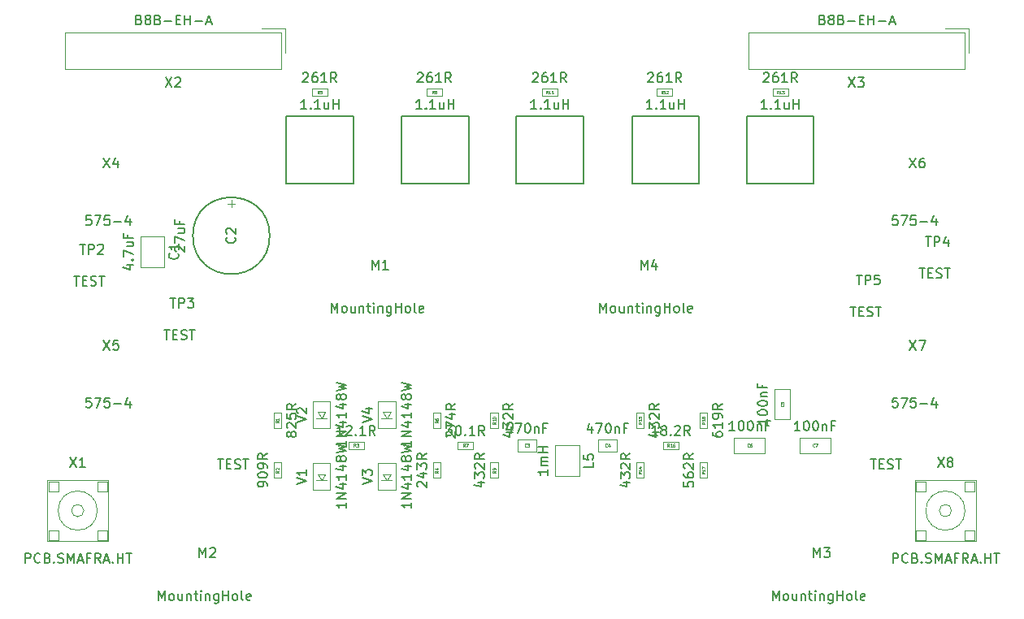
<source format=gbr>
G04 #@! TF.FileFunction,Other,Fab,Top*
%FSLAX46Y46*%
G04 Gerber Fmt 4.6, Leading zero omitted, Abs format (unit mm)*
G04 Created by KiCad (PCBNEW 4.0.7) date 12/03/17 22:14:14*
%MOMM*%
%LPD*%
G01*
G04 APERTURE LIST*
%ADD10C,0.100000*%
%ADD11C,0.200000*%
%ADD12C,0.150000*%
%ADD13C,0.075000*%
G04 APERTURE END LIST*
D10*
X111350000Y-87000000D02*
X113850000Y-87000000D01*
X111350000Y-90200000D02*
X111350000Y-87000000D01*
X113850000Y-90200000D02*
X111350000Y-90200000D01*
X113850000Y-87000000D02*
X113850000Y-90200000D01*
D11*
X124800000Y-86950000D02*
G75*
G03X124800000Y-86950000I-4000000J0D01*
G01*
D10*
X120800000Y-83200000D02*
X120800000Y-84000000D01*
X121200000Y-83600000D02*
X120400000Y-83600000D01*
X152600000Y-108180000D02*
X152600000Y-109420000D01*
X150600000Y-108180000D02*
X152600000Y-108180000D01*
X150600000Y-109420000D02*
X150600000Y-108180000D01*
X152600000Y-109420000D02*
X150600000Y-109420000D01*
X161000000Y-108180000D02*
X161000000Y-109420000D01*
X159000000Y-108180000D02*
X161000000Y-108180000D01*
X159000000Y-109420000D02*
X159000000Y-108180000D01*
X161000000Y-109420000D02*
X159000000Y-109420000D01*
X177400000Y-102900000D02*
X179000000Y-102900000D01*
X177400000Y-106100000D02*
X177400000Y-102900000D01*
X179000000Y-106100000D02*
X177400000Y-106100000D01*
X179000000Y-102900000D02*
X179000000Y-106100000D01*
X176400000Y-108000000D02*
X176400000Y-109600000D01*
X173200000Y-108000000D02*
X176400000Y-108000000D01*
X173200000Y-109600000D02*
X173200000Y-108000000D01*
X176400000Y-109600000D02*
X173200000Y-109600000D01*
D12*
X126550000Y-74500000D02*
X126550000Y-81500000D01*
X133550000Y-74500000D02*
X126550000Y-74500000D01*
X133550000Y-81500000D02*
X133550000Y-74500000D01*
X126550000Y-81500000D02*
X133550000Y-81500000D01*
X138550000Y-74500000D02*
X138550000Y-81500000D01*
X145550000Y-74500000D02*
X138550000Y-74500000D01*
X145550000Y-81500000D02*
X145550000Y-74500000D01*
X138550000Y-81500000D02*
X145550000Y-81500000D01*
X150500000Y-74500000D02*
X150500000Y-81500000D01*
X157500000Y-74500000D02*
X150500000Y-74500000D01*
X157500000Y-81500000D02*
X157500000Y-74500000D01*
X150500000Y-81500000D02*
X157500000Y-81500000D01*
X162550000Y-74500000D02*
X162550000Y-81500000D01*
X169550000Y-74500000D02*
X162550000Y-74500000D01*
X169550000Y-81500000D02*
X169550000Y-74500000D01*
X162550000Y-81500000D02*
X169550000Y-81500000D01*
D10*
X154550000Y-108800000D02*
X157050000Y-108800000D01*
X154550000Y-112000000D02*
X154550000Y-108800000D01*
X157050000Y-112000000D02*
X154550000Y-112000000D01*
X157050000Y-108800000D02*
X157050000Y-112000000D01*
D12*
X174500000Y-74500000D02*
X174500000Y-81500000D01*
X181500000Y-74500000D02*
X174500000Y-74500000D01*
X181500000Y-81500000D02*
X181500000Y-74500000D01*
X174500000Y-81500000D02*
X181500000Y-81500000D01*
D10*
X125200000Y-107000000D02*
X125200000Y-105400000D01*
X125200000Y-105400000D02*
X126000000Y-105400000D01*
X126000000Y-105400000D02*
X126000000Y-107000000D01*
X126000000Y-107000000D02*
X125200000Y-107000000D01*
X126000000Y-110600000D02*
X126000000Y-112200000D01*
X126000000Y-112200000D02*
X125200000Y-112200000D01*
X125200000Y-112200000D02*
X125200000Y-110600000D01*
X125200000Y-110600000D02*
X126000000Y-110600000D01*
X134600000Y-109200000D02*
X133000000Y-109200000D01*
X133000000Y-109200000D02*
X133000000Y-108400000D01*
X133000000Y-108400000D02*
X134600000Y-108400000D01*
X134600000Y-108400000D02*
X134600000Y-109200000D01*
X142600000Y-110600000D02*
X142600000Y-112200000D01*
X142600000Y-112200000D02*
X141800000Y-112200000D01*
X141800000Y-112200000D02*
X141800000Y-110600000D01*
X141800000Y-110600000D02*
X142600000Y-110600000D01*
X130800000Y-72400000D02*
X129200000Y-72400000D01*
X129200000Y-72400000D02*
X129200000Y-71600000D01*
X129200000Y-71600000D02*
X130800000Y-71600000D01*
X130800000Y-71600000D02*
X130800000Y-72400000D01*
X141800000Y-107000000D02*
X141800000Y-105400000D01*
X141800000Y-105400000D02*
X142600000Y-105400000D01*
X142600000Y-105400000D02*
X142600000Y-107000000D01*
X142600000Y-107000000D02*
X141800000Y-107000000D01*
X146000000Y-109200000D02*
X144400000Y-109200000D01*
X144400000Y-109200000D02*
X144400000Y-108400000D01*
X144400000Y-108400000D02*
X146000000Y-108400000D01*
X146000000Y-108400000D02*
X146000000Y-109200000D01*
X142750000Y-72400000D02*
X141150000Y-72400000D01*
X141150000Y-72400000D02*
X141150000Y-71600000D01*
X141150000Y-71600000D02*
X142750000Y-71600000D01*
X142750000Y-71600000D02*
X142750000Y-72400000D01*
X148600000Y-110600000D02*
X148600000Y-112200000D01*
X148600000Y-112200000D02*
X147800000Y-112200000D01*
X147800000Y-112200000D02*
X147800000Y-110600000D01*
X147800000Y-110600000D02*
X148600000Y-110600000D01*
X147800000Y-107000000D02*
X147800000Y-105400000D01*
X147800000Y-105400000D02*
X148600000Y-105400000D01*
X148600000Y-105400000D02*
X148600000Y-107000000D01*
X148600000Y-107000000D02*
X147800000Y-107000000D01*
X154750000Y-72400000D02*
X153150000Y-72400000D01*
X153150000Y-72400000D02*
X153150000Y-71600000D01*
X153150000Y-71600000D02*
X154750000Y-71600000D01*
X154750000Y-71600000D02*
X154750000Y-72400000D01*
X166750000Y-72400000D02*
X165150000Y-72400000D01*
X165150000Y-72400000D02*
X165150000Y-71600000D01*
X165150000Y-71600000D02*
X166750000Y-71600000D01*
X166750000Y-71600000D02*
X166750000Y-72400000D01*
X178800000Y-72400000D02*
X177200000Y-72400000D01*
X177200000Y-72400000D02*
X177200000Y-71600000D01*
X177200000Y-71600000D02*
X178800000Y-71600000D01*
X178800000Y-71600000D02*
X178800000Y-72400000D01*
X163800000Y-110600000D02*
X163800000Y-112200000D01*
X163800000Y-112200000D02*
X163000000Y-112200000D01*
X163000000Y-112200000D02*
X163000000Y-110600000D01*
X163000000Y-110600000D02*
X163800000Y-110600000D01*
X163000000Y-107000000D02*
X163000000Y-105400000D01*
X163000000Y-105400000D02*
X163800000Y-105400000D01*
X163800000Y-105400000D02*
X163800000Y-107000000D01*
X163800000Y-107000000D02*
X163000000Y-107000000D01*
X167400000Y-109200000D02*
X165800000Y-109200000D01*
X165800000Y-109200000D02*
X165800000Y-108400000D01*
X165800000Y-108400000D02*
X167400000Y-108400000D01*
X167400000Y-108400000D02*
X167400000Y-109200000D01*
X170400000Y-110600000D02*
X170400000Y-112200000D01*
X170400000Y-112200000D02*
X169600000Y-112200000D01*
X169600000Y-112200000D02*
X169600000Y-110600000D01*
X169600000Y-110600000D02*
X170400000Y-110600000D01*
X169600000Y-107000000D02*
X169600000Y-105400000D01*
X169600000Y-105400000D02*
X170400000Y-105400000D01*
X170400000Y-105400000D02*
X170400000Y-107000000D01*
X170400000Y-107000000D02*
X169600000Y-107000000D01*
X130600000Y-111800000D02*
X130200000Y-112400000D01*
X129800000Y-111800000D02*
X130600000Y-111800000D01*
X130200000Y-112400000D02*
X129800000Y-111800000D01*
X130200000Y-112400000D02*
X130750000Y-112400000D01*
X130200000Y-112400000D02*
X129650000Y-112400000D01*
X131100000Y-113450000D02*
X129300000Y-113450000D01*
X131100000Y-110650000D02*
X131100000Y-113450000D01*
X129300000Y-110650000D02*
X131100000Y-110650000D01*
X129300000Y-113450000D02*
X129300000Y-110650000D01*
X130600000Y-105350000D02*
X130200000Y-105950000D01*
X129800000Y-105350000D02*
X130600000Y-105350000D01*
X130200000Y-105950000D02*
X129800000Y-105350000D01*
X130200000Y-105950000D02*
X130750000Y-105950000D01*
X130200000Y-105950000D02*
X129650000Y-105950000D01*
X131100000Y-107000000D02*
X129300000Y-107000000D01*
X131100000Y-104200000D02*
X131100000Y-107000000D01*
X129300000Y-104200000D02*
X131100000Y-104200000D01*
X129300000Y-107000000D02*
X129300000Y-104200000D01*
X137400000Y-111800000D02*
X137000000Y-112400000D01*
X136600000Y-111800000D02*
X137400000Y-111800000D01*
X137000000Y-112400000D02*
X136600000Y-111800000D01*
X137000000Y-112400000D02*
X137550000Y-112400000D01*
X137000000Y-112400000D02*
X136450000Y-112400000D01*
X137900000Y-113450000D02*
X136100000Y-113450000D01*
X137900000Y-110650000D02*
X137900000Y-113450000D01*
X136100000Y-110650000D02*
X137900000Y-110650000D01*
X136100000Y-113450000D02*
X136100000Y-110650000D01*
X137400000Y-105350000D02*
X137000000Y-105950000D01*
X136600000Y-105350000D02*
X137400000Y-105350000D01*
X137000000Y-105950000D02*
X136600000Y-105350000D01*
X137000000Y-105950000D02*
X137550000Y-105950000D01*
X137000000Y-105950000D02*
X136450000Y-105950000D01*
X137900000Y-107000000D02*
X136100000Y-107000000D01*
X137900000Y-104200000D02*
X137900000Y-107000000D01*
X136100000Y-104200000D02*
X137900000Y-104200000D01*
X136100000Y-107000000D02*
X136100000Y-104200000D01*
X106830000Y-112550000D02*
X107850000Y-112550000D01*
X107970000Y-112430000D02*
X107970000Y-118770000D01*
X101630000Y-118770000D02*
X107970000Y-118770000D01*
X101630000Y-112430000D02*
X101630000Y-118770000D01*
X101630000Y-112430000D02*
X107970000Y-112430000D01*
X102770000Y-112550000D02*
X102770000Y-113570000D01*
X101750000Y-113570000D02*
X102770000Y-113570000D01*
X102770000Y-117630000D02*
X102770000Y-118650000D01*
X101750000Y-117630000D02*
X102770000Y-117630000D01*
X106830000Y-112550000D02*
X106830000Y-113570000D01*
X106830000Y-113570000D02*
X107850000Y-113570000D01*
X107850000Y-117630000D02*
X106830000Y-117630000D01*
X106830000Y-117630000D02*
X106830000Y-118650000D01*
X106840000Y-115600000D02*
G75*
G03X106840000Y-115600000I-2040000J0D01*
G01*
X105435000Y-115600000D02*
G75*
G03X105435000Y-115600000I-635000J0D01*
G01*
X107850000Y-112550000D02*
X107850000Y-113570000D01*
X101750000Y-112550000D02*
X101750000Y-113570000D01*
X101750000Y-112550000D02*
X102770000Y-112550000D01*
X101750000Y-118650000D02*
X102770000Y-118650000D01*
X101750000Y-118650000D02*
X101750000Y-117630000D01*
X107850000Y-117630000D02*
X107850000Y-118650000D01*
X106830000Y-118650000D02*
X107850000Y-118650000D01*
X126000000Y-69600000D02*
X126000000Y-65800000D01*
X126000000Y-65800000D02*
X103500000Y-65800000D01*
X103500000Y-65800000D02*
X103500000Y-69600000D01*
X103500000Y-69600000D02*
X126000000Y-69600000D01*
X126450000Y-67850000D02*
X126450000Y-65350000D01*
X126450000Y-65350000D02*
X123950000Y-65350000D01*
X197200000Y-69600000D02*
X197200000Y-65800000D01*
X197200000Y-65800000D02*
X174700000Y-65800000D01*
X174700000Y-65800000D02*
X174700000Y-69600000D01*
X174700000Y-69600000D02*
X197200000Y-69600000D01*
X197650000Y-67850000D02*
X197650000Y-65350000D01*
X197650000Y-65350000D02*
X195150000Y-65350000D01*
X197230000Y-112550000D02*
X198250000Y-112550000D01*
X198370000Y-112430000D02*
X198370000Y-118770000D01*
X192030000Y-118770000D02*
X198370000Y-118770000D01*
X192030000Y-112430000D02*
X192030000Y-118770000D01*
X192030000Y-112430000D02*
X198370000Y-112430000D01*
X193170000Y-112550000D02*
X193170000Y-113570000D01*
X192150000Y-113570000D02*
X193170000Y-113570000D01*
X193170000Y-117630000D02*
X193170000Y-118650000D01*
X192150000Y-117630000D02*
X193170000Y-117630000D01*
X197230000Y-112550000D02*
X197230000Y-113570000D01*
X197230000Y-113570000D02*
X198250000Y-113570000D01*
X198250000Y-117630000D02*
X197230000Y-117630000D01*
X197230000Y-117630000D02*
X197230000Y-118650000D01*
X197240000Y-115600000D02*
G75*
G03X197240000Y-115600000I-2040000J0D01*
G01*
X195835000Y-115600000D02*
G75*
G03X195835000Y-115600000I-635000J0D01*
G01*
X198250000Y-112550000D02*
X198250000Y-113570000D01*
X192150000Y-112550000D02*
X192150000Y-113570000D01*
X192150000Y-112550000D02*
X193170000Y-112550000D01*
X192150000Y-118650000D02*
X193170000Y-118650000D01*
X192150000Y-118650000D02*
X192150000Y-117630000D01*
X198250000Y-117630000D02*
X198250000Y-118650000D01*
X197230000Y-118650000D02*
X198250000Y-118650000D01*
X183200000Y-108000000D02*
X183200000Y-109600000D01*
X180000000Y-108000000D02*
X183200000Y-108000000D01*
X180000000Y-109600000D02*
X180000000Y-108000000D01*
X183200000Y-109600000D02*
X180000000Y-109600000D01*
D12*
X109885714Y-90004761D02*
X110552381Y-90004761D01*
X109504762Y-90242857D02*
X110219048Y-90480952D01*
X110219048Y-89861904D01*
X110457143Y-89480952D02*
X110504762Y-89433333D01*
X110552381Y-89480952D01*
X110504762Y-89528571D01*
X110457143Y-89480952D01*
X110552381Y-89480952D01*
X109552381Y-89100000D02*
X109552381Y-88433333D01*
X110552381Y-88861905D01*
X109885714Y-87623809D02*
X110552381Y-87623809D01*
X109885714Y-88052381D02*
X110409524Y-88052381D01*
X110504762Y-88004762D01*
X110552381Y-87909524D01*
X110552381Y-87766666D01*
X110504762Y-87671428D01*
X110457143Y-87623809D01*
X110028571Y-86814285D02*
X110028571Y-87147619D01*
X110552381Y-87147619D02*
X109552381Y-87147619D01*
X109552381Y-86671428D01*
X115207143Y-88766666D02*
X115254762Y-88814285D01*
X115302381Y-88957142D01*
X115302381Y-89052380D01*
X115254762Y-89195238D01*
X115159524Y-89290476D01*
X115064286Y-89338095D01*
X114873810Y-89385714D01*
X114730952Y-89385714D01*
X114540476Y-89338095D01*
X114445238Y-89290476D01*
X114350000Y-89195238D01*
X114302381Y-89052380D01*
X114302381Y-88957142D01*
X114350000Y-88814285D01*
X114397619Y-88766666D01*
X115302381Y-87814285D02*
X115302381Y-88385714D01*
X115302381Y-88100000D02*
X114302381Y-88100000D01*
X114445238Y-88195238D01*
X114540476Y-88290476D01*
X114588095Y-88385714D01*
X115037619Y-88592857D02*
X114990000Y-88545238D01*
X114942381Y-88450000D01*
X114942381Y-88211904D01*
X114990000Y-88116666D01*
X115037619Y-88069047D01*
X115132857Y-88021428D01*
X115228095Y-88021428D01*
X115370952Y-88069047D01*
X115942381Y-88640476D01*
X115942381Y-88021428D01*
X114942381Y-87688095D02*
X114942381Y-87021428D01*
X115942381Y-87450000D01*
X115275714Y-86211904D02*
X115942381Y-86211904D01*
X115275714Y-86640476D02*
X115799524Y-86640476D01*
X115894762Y-86592857D01*
X115942381Y-86497619D01*
X115942381Y-86354761D01*
X115894762Y-86259523D01*
X115847143Y-86211904D01*
X115418571Y-85402380D02*
X115418571Y-85735714D01*
X115942381Y-85735714D02*
X114942381Y-85735714D01*
X114942381Y-85259523D01*
X121157143Y-87116666D02*
X121204762Y-87164285D01*
X121252381Y-87307142D01*
X121252381Y-87402380D01*
X121204762Y-87545238D01*
X121109524Y-87640476D01*
X121014286Y-87688095D01*
X120823810Y-87735714D01*
X120680952Y-87735714D01*
X120490476Y-87688095D01*
X120395238Y-87640476D01*
X120300000Y-87545238D01*
X120252381Y-87402380D01*
X120252381Y-87307142D01*
X120300000Y-87164285D01*
X120347619Y-87116666D01*
X120347619Y-86735714D02*
X120300000Y-86688095D01*
X120252381Y-86592857D01*
X120252381Y-86354761D01*
X120300000Y-86259523D01*
X120347619Y-86211904D01*
X120442857Y-86164285D01*
X120538095Y-86164285D01*
X120680952Y-86211904D01*
X121252381Y-86783333D01*
X121252381Y-86164285D01*
X149957143Y-106835714D02*
X149957143Y-107502381D01*
X149719047Y-106454762D02*
X149480952Y-107169048D01*
X150100000Y-107169048D01*
X150385714Y-106502381D02*
X151052381Y-106502381D01*
X150623809Y-107502381D01*
X151623809Y-106502381D02*
X151719048Y-106502381D01*
X151814286Y-106550000D01*
X151861905Y-106597619D01*
X151909524Y-106692857D01*
X151957143Y-106883333D01*
X151957143Y-107121429D01*
X151909524Y-107311905D01*
X151861905Y-107407143D01*
X151814286Y-107454762D01*
X151719048Y-107502381D01*
X151623809Y-107502381D01*
X151528571Y-107454762D01*
X151480952Y-107407143D01*
X151433333Y-107311905D01*
X151385714Y-107121429D01*
X151385714Y-106883333D01*
X151433333Y-106692857D01*
X151480952Y-106597619D01*
X151528571Y-106550000D01*
X151623809Y-106502381D01*
X152385714Y-106835714D02*
X152385714Y-107502381D01*
X152385714Y-106930952D02*
X152433333Y-106883333D01*
X152528571Y-106835714D01*
X152671429Y-106835714D01*
X152766667Y-106883333D01*
X152814286Y-106978571D01*
X152814286Y-107502381D01*
X153623810Y-106978571D02*
X153290476Y-106978571D01*
X153290476Y-107502381D02*
X153290476Y-106502381D01*
X153766667Y-106502381D01*
D13*
X151550000Y-108907143D02*
X151535714Y-108921429D01*
X151492857Y-108935714D01*
X151464286Y-108935714D01*
X151421429Y-108921429D01*
X151392857Y-108892857D01*
X151378572Y-108864286D01*
X151364286Y-108807143D01*
X151364286Y-108764286D01*
X151378572Y-108707143D01*
X151392857Y-108678571D01*
X151421429Y-108650000D01*
X151464286Y-108635714D01*
X151492857Y-108635714D01*
X151535714Y-108650000D01*
X151550000Y-108664286D01*
X151650000Y-108635714D02*
X151835714Y-108635714D01*
X151735714Y-108750000D01*
X151778572Y-108750000D01*
X151807143Y-108764286D01*
X151821429Y-108778571D01*
X151835714Y-108807143D01*
X151835714Y-108878571D01*
X151821429Y-108907143D01*
X151807143Y-108921429D01*
X151778572Y-108935714D01*
X151692857Y-108935714D01*
X151664286Y-108921429D01*
X151650000Y-108907143D01*
D12*
X158357143Y-106835714D02*
X158357143Y-107502381D01*
X158119047Y-106454762D02*
X157880952Y-107169048D01*
X158500000Y-107169048D01*
X158785714Y-106502381D02*
X159452381Y-106502381D01*
X159023809Y-107502381D01*
X160023809Y-106502381D02*
X160119048Y-106502381D01*
X160214286Y-106550000D01*
X160261905Y-106597619D01*
X160309524Y-106692857D01*
X160357143Y-106883333D01*
X160357143Y-107121429D01*
X160309524Y-107311905D01*
X160261905Y-107407143D01*
X160214286Y-107454762D01*
X160119048Y-107502381D01*
X160023809Y-107502381D01*
X159928571Y-107454762D01*
X159880952Y-107407143D01*
X159833333Y-107311905D01*
X159785714Y-107121429D01*
X159785714Y-106883333D01*
X159833333Y-106692857D01*
X159880952Y-106597619D01*
X159928571Y-106550000D01*
X160023809Y-106502381D01*
X160785714Y-106835714D02*
X160785714Y-107502381D01*
X160785714Y-106930952D02*
X160833333Y-106883333D01*
X160928571Y-106835714D01*
X161071429Y-106835714D01*
X161166667Y-106883333D01*
X161214286Y-106978571D01*
X161214286Y-107502381D01*
X162023810Y-106978571D02*
X161690476Y-106978571D01*
X161690476Y-107502381D02*
X161690476Y-106502381D01*
X162166667Y-106502381D01*
D13*
X159950000Y-108907143D02*
X159935714Y-108921429D01*
X159892857Y-108935714D01*
X159864286Y-108935714D01*
X159821429Y-108921429D01*
X159792857Y-108892857D01*
X159778572Y-108864286D01*
X159764286Y-108807143D01*
X159764286Y-108764286D01*
X159778572Y-108707143D01*
X159792857Y-108678571D01*
X159821429Y-108650000D01*
X159864286Y-108635714D01*
X159892857Y-108635714D01*
X159935714Y-108650000D01*
X159950000Y-108664286D01*
X160207143Y-108735714D02*
X160207143Y-108935714D01*
X160135714Y-108621429D02*
X160064286Y-108835714D01*
X160250000Y-108835714D01*
D12*
X176652381Y-106047619D02*
X176652381Y-106619048D01*
X176652381Y-106333334D02*
X175652381Y-106333334D01*
X175795238Y-106428572D01*
X175890476Y-106523810D01*
X175938095Y-106619048D01*
X175652381Y-105428572D02*
X175652381Y-105333333D01*
X175700000Y-105238095D01*
X175747619Y-105190476D01*
X175842857Y-105142857D01*
X176033333Y-105095238D01*
X176271429Y-105095238D01*
X176461905Y-105142857D01*
X176557143Y-105190476D01*
X176604762Y-105238095D01*
X176652381Y-105333333D01*
X176652381Y-105428572D01*
X176604762Y-105523810D01*
X176557143Y-105571429D01*
X176461905Y-105619048D01*
X176271429Y-105666667D01*
X176033333Y-105666667D01*
X175842857Y-105619048D01*
X175747619Y-105571429D01*
X175700000Y-105523810D01*
X175652381Y-105428572D01*
X175652381Y-104476191D02*
X175652381Y-104380952D01*
X175700000Y-104285714D01*
X175747619Y-104238095D01*
X175842857Y-104190476D01*
X176033333Y-104142857D01*
X176271429Y-104142857D01*
X176461905Y-104190476D01*
X176557143Y-104238095D01*
X176604762Y-104285714D01*
X176652381Y-104380952D01*
X176652381Y-104476191D01*
X176604762Y-104571429D01*
X176557143Y-104619048D01*
X176461905Y-104666667D01*
X176271429Y-104714286D01*
X176033333Y-104714286D01*
X175842857Y-104666667D01*
X175747619Y-104619048D01*
X175700000Y-104571429D01*
X175652381Y-104476191D01*
X175985714Y-103714286D02*
X176652381Y-103714286D01*
X176080952Y-103714286D02*
X176033333Y-103666667D01*
X175985714Y-103571429D01*
X175985714Y-103428571D01*
X176033333Y-103333333D01*
X176128571Y-103285714D01*
X176652381Y-103285714D01*
X176128571Y-102476190D02*
X176128571Y-102809524D01*
X176652381Y-102809524D02*
X175652381Y-102809524D01*
X175652381Y-102333333D01*
D13*
X178307143Y-104550000D02*
X178321429Y-104564286D01*
X178335714Y-104607143D01*
X178335714Y-104635714D01*
X178321429Y-104678571D01*
X178292857Y-104707143D01*
X178264286Y-104721428D01*
X178207143Y-104735714D01*
X178164286Y-104735714D01*
X178107143Y-104721428D01*
X178078571Y-104707143D01*
X178050000Y-104678571D01*
X178035714Y-104635714D01*
X178035714Y-104607143D01*
X178050000Y-104564286D01*
X178064286Y-104550000D01*
X178035714Y-104278571D02*
X178035714Y-104421428D01*
X178178571Y-104435714D01*
X178164286Y-104421428D01*
X178150000Y-104392857D01*
X178150000Y-104321428D01*
X178164286Y-104292857D01*
X178178571Y-104278571D01*
X178207143Y-104264286D01*
X178278571Y-104264286D01*
X178307143Y-104278571D01*
X178321429Y-104292857D01*
X178335714Y-104321428D01*
X178335714Y-104392857D01*
X178321429Y-104421428D01*
X178307143Y-104435714D01*
D12*
X173252381Y-107252381D02*
X172680952Y-107252381D01*
X172966666Y-107252381D02*
X172966666Y-106252381D01*
X172871428Y-106395238D01*
X172776190Y-106490476D01*
X172680952Y-106538095D01*
X173871428Y-106252381D02*
X173966667Y-106252381D01*
X174061905Y-106300000D01*
X174109524Y-106347619D01*
X174157143Y-106442857D01*
X174204762Y-106633333D01*
X174204762Y-106871429D01*
X174157143Y-107061905D01*
X174109524Y-107157143D01*
X174061905Y-107204762D01*
X173966667Y-107252381D01*
X173871428Y-107252381D01*
X173776190Y-107204762D01*
X173728571Y-107157143D01*
X173680952Y-107061905D01*
X173633333Y-106871429D01*
X173633333Y-106633333D01*
X173680952Y-106442857D01*
X173728571Y-106347619D01*
X173776190Y-106300000D01*
X173871428Y-106252381D01*
X174823809Y-106252381D02*
X174919048Y-106252381D01*
X175014286Y-106300000D01*
X175061905Y-106347619D01*
X175109524Y-106442857D01*
X175157143Y-106633333D01*
X175157143Y-106871429D01*
X175109524Y-107061905D01*
X175061905Y-107157143D01*
X175014286Y-107204762D01*
X174919048Y-107252381D01*
X174823809Y-107252381D01*
X174728571Y-107204762D01*
X174680952Y-107157143D01*
X174633333Y-107061905D01*
X174585714Y-106871429D01*
X174585714Y-106633333D01*
X174633333Y-106442857D01*
X174680952Y-106347619D01*
X174728571Y-106300000D01*
X174823809Y-106252381D01*
X175585714Y-106585714D02*
X175585714Y-107252381D01*
X175585714Y-106680952D02*
X175633333Y-106633333D01*
X175728571Y-106585714D01*
X175871429Y-106585714D01*
X175966667Y-106633333D01*
X176014286Y-106728571D01*
X176014286Y-107252381D01*
X176823810Y-106728571D02*
X176490476Y-106728571D01*
X176490476Y-107252381D02*
X176490476Y-106252381D01*
X176966667Y-106252381D01*
D13*
X174750000Y-108907143D02*
X174735714Y-108921429D01*
X174692857Y-108935714D01*
X174664286Y-108935714D01*
X174621429Y-108921429D01*
X174592857Y-108892857D01*
X174578572Y-108864286D01*
X174564286Y-108807143D01*
X174564286Y-108764286D01*
X174578572Y-108707143D01*
X174592857Y-108678571D01*
X174621429Y-108650000D01*
X174664286Y-108635714D01*
X174692857Y-108635714D01*
X174735714Y-108650000D01*
X174750000Y-108664286D01*
X175007143Y-108635714D02*
X174950000Y-108635714D01*
X174921429Y-108650000D01*
X174907143Y-108664286D01*
X174878572Y-108707143D01*
X174864286Y-108764286D01*
X174864286Y-108878571D01*
X174878572Y-108907143D01*
X174892857Y-108921429D01*
X174921429Y-108935714D01*
X174978572Y-108935714D01*
X175007143Y-108921429D01*
X175021429Y-108907143D01*
X175035714Y-108878571D01*
X175035714Y-108807143D01*
X175021429Y-108778571D01*
X175007143Y-108764286D01*
X174978572Y-108750000D01*
X174921429Y-108750000D01*
X174892857Y-108764286D01*
X174878572Y-108778571D01*
X174864286Y-108807143D01*
D12*
X128645239Y-73752381D02*
X128073810Y-73752381D01*
X128359524Y-73752381D02*
X128359524Y-72752381D01*
X128264286Y-72895238D01*
X128169048Y-72990476D01*
X128073810Y-73038095D01*
X129073810Y-73657143D02*
X129121429Y-73704762D01*
X129073810Y-73752381D01*
X129026191Y-73704762D01*
X129073810Y-73657143D01*
X129073810Y-73752381D01*
X130073810Y-73752381D02*
X129502381Y-73752381D01*
X129788095Y-73752381D02*
X129788095Y-72752381D01*
X129692857Y-72895238D01*
X129597619Y-72990476D01*
X129502381Y-73038095D01*
X130930953Y-73085714D02*
X130930953Y-73752381D01*
X130502381Y-73085714D02*
X130502381Y-73609524D01*
X130550000Y-73704762D01*
X130645238Y-73752381D01*
X130788096Y-73752381D01*
X130883334Y-73704762D01*
X130930953Y-73657143D01*
X131407143Y-73752381D02*
X131407143Y-72752381D01*
X131407143Y-73228571D02*
X131978572Y-73228571D01*
X131978572Y-73752381D02*
X131978572Y-72752381D01*
X140645239Y-73752381D02*
X140073810Y-73752381D01*
X140359524Y-73752381D02*
X140359524Y-72752381D01*
X140264286Y-72895238D01*
X140169048Y-72990476D01*
X140073810Y-73038095D01*
X141073810Y-73657143D02*
X141121429Y-73704762D01*
X141073810Y-73752381D01*
X141026191Y-73704762D01*
X141073810Y-73657143D01*
X141073810Y-73752381D01*
X142073810Y-73752381D02*
X141502381Y-73752381D01*
X141788095Y-73752381D02*
X141788095Y-72752381D01*
X141692857Y-72895238D01*
X141597619Y-72990476D01*
X141502381Y-73038095D01*
X142930953Y-73085714D02*
X142930953Y-73752381D01*
X142502381Y-73085714D02*
X142502381Y-73609524D01*
X142550000Y-73704762D01*
X142645238Y-73752381D01*
X142788096Y-73752381D01*
X142883334Y-73704762D01*
X142930953Y-73657143D01*
X143407143Y-73752381D02*
X143407143Y-72752381D01*
X143407143Y-73228571D02*
X143978572Y-73228571D01*
X143978572Y-73752381D02*
X143978572Y-72752381D01*
X152595239Y-73752381D02*
X152023810Y-73752381D01*
X152309524Y-73752381D02*
X152309524Y-72752381D01*
X152214286Y-72895238D01*
X152119048Y-72990476D01*
X152023810Y-73038095D01*
X153023810Y-73657143D02*
X153071429Y-73704762D01*
X153023810Y-73752381D01*
X152976191Y-73704762D01*
X153023810Y-73657143D01*
X153023810Y-73752381D01*
X154023810Y-73752381D02*
X153452381Y-73752381D01*
X153738095Y-73752381D02*
X153738095Y-72752381D01*
X153642857Y-72895238D01*
X153547619Y-72990476D01*
X153452381Y-73038095D01*
X154880953Y-73085714D02*
X154880953Y-73752381D01*
X154452381Y-73085714D02*
X154452381Y-73609524D01*
X154500000Y-73704762D01*
X154595238Y-73752381D01*
X154738096Y-73752381D01*
X154833334Y-73704762D01*
X154880953Y-73657143D01*
X155357143Y-73752381D02*
X155357143Y-72752381D01*
X155357143Y-73228571D02*
X155928572Y-73228571D01*
X155928572Y-73752381D02*
X155928572Y-72752381D01*
X164645239Y-73752381D02*
X164073810Y-73752381D01*
X164359524Y-73752381D02*
X164359524Y-72752381D01*
X164264286Y-72895238D01*
X164169048Y-72990476D01*
X164073810Y-73038095D01*
X165073810Y-73657143D02*
X165121429Y-73704762D01*
X165073810Y-73752381D01*
X165026191Y-73704762D01*
X165073810Y-73657143D01*
X165073810Y-73752381D01*
X166073810Y-73752381D02*
X165502381Y-73752381D01*
X165788095Y-73752381D02*
X165788095Y-72752381D01*
X165692857Y-72895238D01*
X165597619Y-72990476D01*
X165502381Y-73038095D01*
X166930953Y-73085714D02*
X166930953Y-73752381D01*
X166502381Y-73085714D02*
X166502381Y-73609524D01*
X166550000Y-73704762D01*
X166645238Y-73752381D01*
X166788096Y-73752381D01*
X166883334Y-73704762D01*
X166930953Y-73657143D01*
X167407143Y-73752381D02*
X167407143Y-72752381D01*
X167407143Y-73228571D02*
X167978572Y-73228571D01*
X167978572Y-73752381D02*
X167978572Y-72752381D01*
X153752381Y-111304761D02*
X153752381Y-111876190D01*
X153752381Y-111590476D02*
X152752381Y-111590476D01*
X152895238Y-111685714D01*
X152990476Y-111780952D01*
X153038095Y-111876190D01*
X153752381Y-110876190D02*
X153085714Y-110876190D01*
X153180952Y-110876190D02*
X153133333Y-110828571D01*
X153085714Y-110733333D01*
X153085714Y-110590475D01*
X153133333Y-110495237D01*
X153228571Y-110447618D01*
X153752381Y-110447618D01*
X153228571Y-110447618D02*
X153133333Y-110399999D01*
X153085714Y-110304761D01*
X153085714Y-110161904D01*
X153133333Y-110066666D01*
X153228571Y-110019047D01*
X153752381Y-110019047D01*
X153752381Y-109542857D02*
X152752381Y-109542857D01*
X153228571Y-109542857D02*
X153228571Y-108971428D01*
X153752381Y-108971428D02*
X152752381Y-108971428D01*
X158502381Y-110566666D02*
X158502381Y-111042857D01*
X157502381Y-111042857D01*
X157502381Y-109757142D02*
X157502381Y-110233333D01*
X157978571Y-110280952D01*
X157930952Y-110233333D01*
X157883333Y-110138095D01*
X157883333Y-109899999D01*
X157930952Y-109804761D01*
X157978571Y-109757142D01*
X158073810Y-109709523D01*
X158311905Y-109709523D01*
X158407143Y-109757142D01*
X158454762Y-109804761D01*
X158502381Y-109899999D01*
X158502381Y-110138095D01*
X158454762Y-110233333D01*
X158407143Y-110280952D01*
X176595239Y-73752381D02*
X176023810Y-73752381D01*
X176309524Y-73752381D02*
X176309524Y-72752381D01*
X176214286Y-72895238D01*
X176119048Y-72990476D01*
X176023810Y-73038095D01*
X177023810Y-73657143D02*
X177071429Y-73704762D01*
X177023810Y-73752381D01*
X176976191Y-73704762D01*
X177023810Y-73657143D01*
X177023810Y-73752381D01*
X178023810Y-73752381D02*
X177452381Y-73752381D01*
X177738095Y-73752381D02*
X177738095Y-72752381D01*
X177642857Y-72895238D01*
X177547619Y-72990476D01*
X177452381Y-73038095D01*
X178880953Y-73085714D02*
X178880953Y-73752381D01*
X178452381Y-73085714D02*
X178452381Y-73609524D01*
X178500000Y-73704762D01*
X178595238Y-73752381D01*
X178738096Y-73752381D01*
X178833334Y-73704762D01*
X178880953Y-73657143D01*
X179357143Y-73752381D02*
X179357143Y-72752381D01*
X179357143Y-73228571D02*
X179928572Y-73228571D01*
X179928572Y-73752381D02*
X179928572Y-72752381D01*
X126980952Y-107747619D02*
X126933333Y-107842857D01*
X126885714Y-107890476D01*
X126790476Y-107938095D01*
X126742857Y-107938095D01*
X126647619Y-107890476D01*
X126600000Y-107842857D01*
X126552381Y-107747619D01*
X126552381Y-107557142D01*
X126600000Y-107461904D01*
X126647619Y-107414285D01*
X126742857Y-107366666D01*
X126790476Y-107366666D01*
X126885714Y-107414285D01*
X126933333Y-107461904D01*
X126980952Y-107557142D01*
X126980952Y-107747619D01*
X127028571Y-107842857D01*
X127076190Y-107890476D01*
X127171429Y-107938095D01*
X127361905Y-107938095D01*
X127457143Y-107890476D01*
X127504762Y-107842857D01*
X127552381Y-107747619D01*
X127552381Y-107557142D01*
X127504762Y-107461904D01*
X127457143Y-107414285D01*
X127361905Y-107366666D01*
X127171429Y-107366666D01*
X127076190Y-107414285D01*
X127028571Y-107461904D01*
X126980952Y-107557142D01*
X126647619Y-106985714D02*
X126600000Y-106938095D01*
X126552381Y-106842857D01*
X126552381Y-106604761D01*
X126600000Y-106509523D01*
X126647619Y-106461904D01*
X126742857Y-106414285D01*
X126838095Y-106414285D01*
X126980952Y-106461904D01*
X127552381Y-107033333D01*
X127552381Y-106414285D01*
X126552381Y-105509523D02*
X126552381Y-105985714D01*
X127028571Y-106033333D01*
X126980952Y-105985714D01*
X126933333Y-105890476D01*
X126933333Y-105652380D01*
X126980952Y-105557142D01*
X127028571Y-105509523D01*
X127123810Y-105461904D01*
X127361905Y-105461904D01*
X127457143Y-105509523D01*
X127504762Y-105557142D01*
X127552381Y-105652380D01*
X127552381Y-105890476D01*
X127504762Y-105985714D01*
X127457143Y-106033333D01*
X127552381Y-104461904D02*
X127076190Y-104795238D01*
X127552381Y-105033333D02*
X126552381Y-105033333D01*
X126552381Y-104652380D01*
X126600000Y-104557142D01*
X126647619Y-104509523D01*
X126742857Y-104461904D01*
X126885714Y-104461904D01*
X126980952Y-104509523D01*
X127028571Y-104557142D01*
X127076190Y-104652380D01*
X127076190Y-105033333D01*
D13*
X125735714Y-106250000D02*
X125592857Y-106350000D01*
X125735714Y-106421428D02*
X125435714Y-106421428D01*
X125435714Y-106307143D01*
X125450000Y-106278571D01*
X125464286Y-106264286D01*
X125492857Y-106250000D01*
X125535714Y-106250000D01*
X125564286Y-106264286D01*
X125578571Y-106278571D01*
X125592857Y-106307143D01*
X125592857Y-106421428D01*
X125735714Y-105964286D02*
X125735714Y-106135714D01*
X125735714Y-106050000D02*
X125435714Y-106050000D01*
X125478571Y-106078571D01*
X125507143Y-106107143D01*
X125521429Y-106135714D01*
D12*
X124552381Y-113042857D02*
X124552381Y-112852381D01*
X124504762Y-112757142D01*
X124457143Y-112709523D01*
X124314286Y-112614285D01*
X124123810Y-112566666D01*
X123742857Y-112566666D01*
X123647619Y-112614285D01*
X123600000Y-112661904D01*
X123552381Y-112757142D01*
X123552381Y-112947619D01*
X123600000Y-113042857D01*
X123647619Y-113090476D01*
X123742857Y-113138095D01*
X123980952Y-113138095D01*
X124076190Y-113090476D01*
X124123810Y-113042857D01*
X124171429Y-112947619D01*
X124171429Y-112757142D01*
X124123810Y-112661904D01*
X124076190Y-112614285D01*
X123980952Y-112566666D01*
X123552381Y-111947619D02*
X123552381Y-111852380D01*
X123600000Y-111757142D01*
X123647619Y-111709523D01*
X123742857Y-111661904D01*
X123933333Y-111614285D01*
X124171429Y-111614285D01*
X124361905Y-111661904D01*
X124457143Y-111709523D01*
X124504762Y-111757142D01*
X124552381Y-111852380D01*
X124552381Y-111947619D01*
X124504762Y-112042857D01*
X124457143Y-112090476D01*
X124361905Y-112138095D01*
X124171429Y-112185714D01*
X123933333Y-112185714D01*
X123742857Y-112138095D01*
X123647619Y-112090476D01*
X123600000Y-112042857D01*
X123552381Y-111947619D01*
X124552381Y-111138095D02*
X124552381Y-110947619D01*
X124504762Y-110852380D01*
X124457143Y-110804761D01*
X124314286Y-110709523D01*
X124123810Y-110661904D01*
X123742857Y-110661904D01*
X123647619Y-110709523D01*
X123600000Y-110757142D01*
X123552381Y-110852380D01*
X123552381Y-111042857D01*
X123600000Y-111138095D01*
X123647619Y-111185714D01*
X123742857Y-111233333D01*
X123980952Y-111233333D01*
X124076190Y-111185714D01*
X124123810Y-111138095D01*
X124171429Y-111042857D01*
X124171429Y-110852380D01*
X124123810Y-110757142D01*
X124076190Y-110709523D01*
X123980952Y-110661904D01*
X124552381Y-109661904D02*
X124076190Y-109995238D01*
X124552381Y-110233333D02*
X123552381Y-110233333D01*
X123552381Y-109852380D01*
X123600000Y-109757142D01*
X123647619Y-109709523D01*
X123742857Y-109661904D01*
X123885714Y-109661904D01*
X123980952Y-109709523D01*
X124028571Y-109757142D01*
X124076190Y-109852380D01*
X124076190Y-110233333D01*
D13*
X125735714Y-111450000D02*
X125592857Y-111550000D01*
X125735714Y-111621428D02*
X125435714Y-111621428D01*
X125435714Y-111507143D01*
X125450000Y-111478571D01*
X125464286Y-111464286D01*
X125492857Y-111450000D01*
X125535714Y-111450000D01*
X125564286Y-111464286D01*
X125578571Y-111478571D01*
X125592857Y-111507143D01*
X125592857Y-111621428D01*
X125464286Y-111335714D02*
X125450000Y-111321428D01*
X125435714Y-111292857D01*
X125435714Y-111221428D01*
X125450000Y-111192857D01*
X125464286Y-111178571D01*
X125492857Y-111164286D01*
X125521429Y-111164286D01*
X125564286Y-111178571D01*
X125735714Y-111350000D01*
X125735714Y-111164286D01*
D12*
X132395239Y-107752381D02*
X131823810Y-107752381D01*
X132109524Y-107752381D02*
X132109524Y-106752381D01*
X132014286Y-106895238D01*
X131919048Y-106990476D01*
X131823810Y-107038095D01*
X132776191Y-106847619D02*
X132823810Y-106800000D01*
X132919048Y-106752381D01*
X133157144Y-106752381D01*
X133252382Y-106800000D01*
X133300001Y-106847619D01*
X133347620Y-106942857D01*
X133347620Y-107038095D01*
X133300001Y-107180952D01*
X132728572Y-107752381D01*
X133347620Y-107752381D01*
X133776191Y-107657143D02*
X133823810Y-107704762D01*
X133776191Y-107752381D01*
X133728572Y-107704762D01*
X133776191Y-107657143D01*
X133776191Y-107752381D01*
X134776191Y-107752381D02*
X134204762Y-107752381D01*
X134490476Y-107752381D02*
X134490476Y-106752381D01*
X134395238Y-106895238D01*
X134300000Y-106990476D01*
X134204762Y-107038095D01*
X135776191Y-107752381D02*
X135442857Y-107276190D01*
X135204762Y-107752381D02*
X135204762Y-106752381D01*
X135585715Y-106752381D01*
X135680953Y-106800000D01*
X135728572Y-106847619D01*
X135776191Y-106942857D01*
X135776191Y-107085714D01*
X135728572Y-107180952D01*
X135680953Y-107228571D01*
X135585715Y-107276190D01*
X135204762Y-107276190D01*
D13*
X133750000Y-108935714D02*
X133650000Y-108792857D01*
X133578572Y-108935714D02*
X133578572Y-108635714D01*
X133692857Y-108635714D01*
X133721429Y-108650000D01*
X133735714Y-108664286D01*
X133750000Y-108692857D01*
X133750000Y-108735714D01*
X133735714Y-108764286D01*
X133721429Y-108778571D01*
X133692857Y-108792857D01*
X133578572Y-108792857D01*
X133850000Y-108635714D02*
X134035714Y-108635714D01*
X133935714Y-108750000D01*
X133978572Y-108750000D01*
X134007143Y-108764286D01*
X134021429Y-108778571D01*
X134035714Y-108807143D01*
X134035714Y-108878571D01*
X134021429Y-108907143D01*
X134007143Y-108921429D01*
X133978572Y-108935714D01*
X133892857Y-108935714D01*
X133864286Y-108921429D01*
X133850000Y-108907143D01*
D12*
X140247619Y-113138095D02*
X140200000Y-113090476D01*
X140152381Y-112995238D01*
X140152381Y-112757142D01*
X140200000Y-112661904D01*
X140247619Y-112614285D01*
X140342857Y-112566666D01*
X140438095Y-112566666D01*
X140580952Y-112614285D01*
X141152381Y-113185714D01*
X141152381Y-112566666D01*
X140485714Y-111709523D02*
X141152381Y-111709523D01*
X140104762Y-111947619D02*
X140819048Y-112185714D01*
X140819048Y-111566666D01*
X140152381Y-111280952D02*
X140152381Y-110661904D01*
X140533333Y-110995238D01*
X140533333Y-110852380D01*
X140580952Y-110757142D01*
X140628571Y-110709523D01*
X140723810Y-110661904D01*
X140961905Y-110661904D01*
X141057143Y-110709523D01*
X141104762Y-110757142D01*
X141152381Y-110852380D01*
X141152381Y-111138095D01*
X141104762Y-111233333D01*
X141057143Y-111280952D01*
X141152381Y-109661904D02*
X140676190Y-109995238D01*
X141152381Y-110233333D02*
X140152381Y-110233333D01*
X140152381Y-109852380D01*
X140200000Y-109757142D01*
X140247619Y-109709523D01*
X140342857Y-109661904D01*
X140485714Y-109661904D01*
X140580952Y-109709523D01*
X140628571Y-109757142D01*
X140676190Y-109852380D01*
X140676190Y-110233333D01*
D13*
X142335714Y-111450000D02*
X142192857Y-111550000D01*
X142335714Y-111621428D02*
X142035714Y-111621428D01*
X142035714Y-111507143D01*
X142050000Y-111478571D01*
X142064286Y-111464286D01*
X142092857Y-111450000D01*
X142135714Y-111450000D01*
X142164286Y-111464286D01*
X142178571Y-111478571D01*
X142192857Y-111507143D01*
X142192857Y-111621428D01*
X142135714Y-111192857D02*
X142335714Y-111192857D01*
X142021429Y-111264286D02*
X142235714Y-111335714D01*
X142235714Y-111150000D01*
D12*
X128261905Y-70047619D02*
X128309524Y-70000000D01*
X128404762Y-69952381D01*
X128642858Y-69952381D01*
X128738096Y-70000000D01*
X128785715Y-70047619D01*
X128833334Y-70142857D01*
X128833334Y-70238095D01*
X128785715Y-70380952D01*
X128214286Y-70952381D01*
X128833334Y-70952381D01*
X129690477Y-69952381D02*
X129500000Y-69952381D01*
X129404762Y-70000000D01*
X129357143Y-70047619D01*
X129261905Y-70190476D01*
X129214286Y-70380952D01*
X129214286Y-70761905D01*
X129261905Y-70857143D01*
X129309524Y-70904762D01*
X129404762Y-70952381D01*
X129595239Y-70952381D01*
X129690477Y-70904762D01*
X129738096Y-70857143D01*
X129785715Y-70761905D01*
X129785715Y-70523810D01*
X129738096Y-70428571D01*
X129690477Y-70380952D01*
X129595239Y-70333333D01*
X129404762Y-70333333D01*
X129309524Y-70380952D01*
X129261905Y-70428571D01*
X129214286Y-70523810D01*
X130738096Y-70952381D02*
X130166667Y-70952381D01*
X130452381Y-70952381D02*
X130452381Y-69952381D01*
X130357143Y-70095238D01*
X130261905Y-70190476D01*
X130166667Y-70238095D01*
X131738096Y-70952381D02*
X131404762Y-70476190D01*
X131166667Y-70952381D02*
X131166667Y-69952381D01*
X131547620Y-69952381D01*
X131642858Y-70000000D01*
X131690477Y-70047619D01*
X131738096Y-70142857D01*
X131738096Y-70285714D01*
X131690477Y-70380952D01*
X131642858Y-70428571D01*
X131547620Y-70476190D01*
X131166667Y-70476190D01*
D13*
X129950000Y-72135714D02*
X129850000Y-71992857D01*
X129778572Y-72135714D02*
X129778572Y-71835714D01*
X129892857Y-71835714D01*
X129921429Y-71850000D01*
X129935714Y-71864286D01*
X129950000Y-71892857D01*
X129950000Y-71935714D01*
X129935714Y-71964286D01*
X129921429Y-71978571D01*
X129892857Y-71992857D01*
X129778572Y-71992857D01*
X130221429Y-71835714D02*
X130078572Y-71835714D01*
X130064286Y-71978571D01*
X130078572Y-71964286D01*
X130107143Y-71950000D01*
X130178572Y-71950000D01*
X130207143Y-71964286D01*
X130221429Y-71978571D01*
X130235714Y-72007143D01*
X130235714Y-72078571D01*
X130221429Y-72107143D01*
X130207143Y-72121429D01*
X130178572Y-72135714D01*
X130107143Y-72135714D01*
X130078572Y-72121429D01*
X130064286Y-72107143D01*
D12*
X143247619Y-107938095D02*
X143200000Y-107890476D01*
X143152381Y-107795238D01*
X143152381Y-107557142D01*
X143200000Y-107461904D01*
X143247619Y-107414285D01*
X143342857Y-107366666D01*
X143438095Y-107366666D01*
X143580952Y-107414285D01*
X144152381Y-107985714D01*
X144152381Y-107366666D01*
X143152381Y-107033333D02*
X143152381Y-106366666D01*
X144152381Y-106795238D01*
X143485714Y-105557142D02*
X144152381Y-105557142D01*
X143104762Y-105795238D02*
X143819048Y-106033333D01*
X143819048Y-105414285D01*
X144152381Y-104461904D02*
X143676190Y-104795238D01*
X144152381Y-105033333D02*
X143152381Y-105033333D01*
X143152381Y-104652380D01*
X143200000Y-104557142D01*
X143247619Y-104509523D01*
X143342857Y-104461904D01*
X143485714Y-104461904D01*
X143580952Y-104509523D01*
X143628571Y-104557142D01*
X143676190Y-104652380D01*
X143676190Y-105033333D01*
D13*
X142335714Y-106250000D02*
X142192857Y-106350000D01*
X142335714Y-106421428D02*
X142035714Y-106421428D01*
X142035714Y-106307143D01*
X142050000Y-106278571D01*
X142064286Y-106264286D01*
X142092857Y-106250000D01*
X142135714Y-106250000D01*
X142164286Y-106264286D01*
X142178571Y-106278571D01*
X142192857Y-106307143D01*
X142192857Y-106421428D01*
X142035714Y-105992857D02*
X142035714Y-106050000D01*
X142050000Y-106078571D01*
X142064286Y-106092857D01*
X142107143Y-106121428D01*
X142164286Y-106135714D01*
X142278571Y-106135714D01*
X142307143Y-106121428D01*
X142321429Y-106107143D01*
X142335714Y-106078571D01*
X142335714Y-106021428D01*
X142321429Y-105992857D01*
X142307143Y-105978571D01*
X142278571Y-105964286D01*
X142207143Y-105964286D01*
X142178571Y-105978571D01*
X142164286Y-105992857D01*
X142150000Y-106021428D01*
X142150000Y-106078571D01*
X142164286Y-106107143D01*
X142178571Y-106121428D01*
X142207143Y-106135714D01*
D12*
X143176191Y-106752381D02*
X143795239Y-106752381D01*
X143461905Y-107133333D01*
X143604763Y-107133333D01*
X143700001Y-107180952D01*
X143747620Y-107228571D01*
X143795239Y-107323810D01*
X143795239Y-107561905D01*
X143747620Y-107657143D01*
X143700001Y-107704762D01*
X143604763Y-107752381D01*
X143319048Y-107752381D01*
X143223810Y-107704762D01*
X143176191Y-107657143D01*
X144414286Y-106752381D02*
X144509525Y-106752381D01*
X144604763Y-106800000D01*
X144652382Y-106847619D01*
X144700001Y-106942857D01*
X144747620Y-107133333D01*
X144747620Y-107371429D01*
X144700001Y-107561905D01*
X144652382Y-107657143D01*
X144604763Y-107704762D01*
X144509525Y-107752381D01*
X144414286Y-107752381D01*
X144319048Y-107704762D01*
X144271429Y-107657143D01*
X144223810Y-107561905D01*
X144176191Y-107371429D01*
X144176191Y-107133333D01*
X144223810Y-106942857D01*
X144271429Y-106847619D01*
X144319048Y-106800000D01*
X144414286Y-106752381D01*
X145176191Y-107657143D02*
X145223810Y-107704762D01*
X145176191Y-107752381D01*
X145128572Y-107704762D01*
X145176191Y-107657143D01*
X145176191Y-107752381D01*
X146176191Y-107752381D02*
X145604762Y-107752381D01*
X145890476Y-107752381D02*
X145890476Y-106752381D01*
X145795238Y-106895238D01*
X145700000Y-106990476D01*
X145604762Y-107038095D01*
X147176191Y-107752381D02*
X146842857Y-107276190D01*
X146604762Y-107752381D02*
X146604762Y-106752381D01*
X146985715Y-106752381D01*
X147080953Y-106800000D01*
X147128572Y-106847619D01*
X147176191Y-106942857D01*
X147176191Y-107085714D01*
X147128572Y-107180952D01*
X147080953Y-107228571D01*
X146985715Y-107276190D01*
X146604762Y-107276190D01*
D13*
X145150000Y-108935714D02*
X145050000Y-108792857D01*
X144978572Y-108935714D02*
X144978572Y-108635714D01*
X145092857Y-108635714D01*
X145121429Y-108650000D01*
X145135714Y-108664286D01*
X145150000Y-108692857D01*
X145150000Y-108735714D01*
X145135714Y-108764286D01*
X145121429Y-108778571D01*
X145092857Y-108792857D01*
X144978572Y-108792857D01*
X145250000Y-108635714D02*
X145450000Y-108635714D01*
X145321429Y-108935714D01*
D12*
X140211905Y-70047619D02*
X140259524Y-70000000D01*
X140354762Y-69952381D01*
X140592858Y-69952381D01*
X140688096Y-70000000D01*
X140735715Y-70047619D01*
X140783334Y-70142857D01*
X140783334Y-70238095D01*
X140735715Y-70380952D01*
X140164286Y-70952381D01*
X140783334Y-70952381D01*
X141640477Y-69952381D02*
X141450000Y-69952381D01*
X141354762Y-70000000D01*
X141307143Y-70047619D01*
X141211905Y-70190476D01*
X141164286Y-70380952D01*
X141164286Y-70761905D01*
X141211905Y-70857143D01*
X141259524Y-70904762D01*
X141354762Y-70952381D01*
X141545239Y-70952381D01*
X141640477Y-70904762D01*
X141688096Y-70857143D01*
X141735715Y-70761905D01*
X141735715Y-70523810D01*
X141688096Y-70428571D01*
X141640477Y-70380952D01*
X141545239Y-70333333D01*
X141354762Y-70333333D01*
X141259524Y-70380952D01*
X141211905Y-70428571D01*
X141164286Y-70523810D01*
X142688096Y-70952381D02*
X142116667Y-70952381D01*
X142402381Y-70952381D02*
X142402381Y-69952381D01*
X142307143Y-70095238D01*
X142211905Y-70190476D01*
X142116667Y-70238095D01*
X143688096Y-70952381D02*
X143354762Y-70476190D01*
X143116667Y-70952381D02*
X143116667Y-69952381D01*
X143497620Y-69952381D01*
X143592858Y-70000000D01*
X143640477Y-70047619D01*
X143688096Y-70142857D01*
X143688096Y-70285714D01*
X143640477Y-70380952D01*
X143592858Y-70428571D01*
X143497620Y-70476190D01*
X143116667Y-70476190D01*
D13*
X141900000Y-72135714D02*
X141800000Y-71992857D01*
X141728572Y-72135714D02*
X141728572Y-71835714D01*
X141842857Y-71835714D01*
X141871429Y-71850000D01*
X141885714Y-71864286D01*
X141900000Y-71892857D01*
X141900000Y-71935714D01*
X141885714Y-71964286D01*
X141871429Y-71978571D01*
X141842857Y-71992857D01*
X141728572Y-71992857D01*
X142071429Y-71964286D02*
X142042857Y-71950000D01*
X142028572Y-71935714D01*
X142014286Y-71907143D01*
X142014286Y-71892857D01*
X142028572Y-71864286D01*
X142042857Y-71850000D01*
X142071429Y-71835714D01*
X142128572Y-71835714D01*
X142157143Y-71850000D01*
X142171429Y-71864286D01*
X142185714Y-71892857D01*
X142185714Y-71907143D01*
X142171429Y-71935714D01*
X142157143Y-71950000D01*
X142128572Y-71964286D01*
X142071429Y-71964286D01*
X142042857Y-71978571D01*
X142028572Y-71992857D01*
X142014286Y-72021429D01*
X142014286Y-72078571D01*
X142028572Y-72107143D01*
X142042857Y-72121429D01*
X142071429Y-72135714D01*
X142128572Y-72135714D01*
X142157143Y-72121429D01*
X142171429Y-72107143D01*
X142185714Y-72078571D01*
X142185714Y-72021429D01*
X142171429Y-71992857D01*
X142157143Y-71978571D01*
X142128572Y-71964286D01*
D12*
X146485714Y-112661904D02*
X147152381Y-112661904D01*
X146104762Y-112900000D02*
X146819048Y-113138095D01*
X146819048Y-112519047D01*
X146152381Y-112233333D02*
X146152381Y-111614285D01*
X146533333Y-111947619D01*
X146533333Y-111804761D01*
X146580952Y-111709523D01*
X146628571Y-111661904D01*
X146723810Y-111614285D01*
X146961905Y-111614285D01*
X147057143Y-111661904D01*
X147104762Y-111709523D01*
X147152381Y-111804761D01*
X147152381Y-112090476D01*
X147104762Y-112185714D01*
X147057143Y-112233333D01*
X146247619Y-111233333D02*
X146200000Y-111185714D01*
X146152381Y-111090476D01*
X146152381Y-110852380D01*
X146200000Y-110757142D01*
X146247619Y-110709523D01*
X146342857Y-110661904D01*
X146438095Y-110661904D01*
X146580952Y-110709523D01*
X147152381Y-111280952D01*
X147152381Y-110661904D01*
X147152381Y-109661904D02*
X146676190Y-109995238D01*
X147152381Y-110233333D02*
X146152381Y-110233333D01*
X146152381Y-109852380D01*
X146200000Y-109757142D01*
X146247619Y-109709523D01*
X146342857Y-109661904D01*
X146485714Y-109661904D01*
X146580952Y-109709523D01*
X146628571Y-109757142D01*
X146676190Y-109852380D01*
X146676190Y-110233333D01*
D13*
X148335714Y-111450000D02*
X148192857Y-111550000D01*
X148335714Y-111621428D02*
X148035714Y-111621428D01*
X148035714Y-111507143D01*
X148050000Y-111478571D01*
X148064286Y-111464286D01*
X148092857Y-111450000D01*
X148135714Y-111450000D01*
X148164286Y-111464286D01*
X148178571Y-111478571D01*
X148192857Y-111507143D01*
X148192857Y-111621428D01*
X148335714Y-111307143D02*
X148335714Y-111250000D01*
X148321429Y-111221428D01*
X148307143Y-111207143D01*
X148264286Y-111178571D01*
X148207143Y-111164286D01*
X148092857Y-111164286D01*
X148064286Y-111178571D01*
X148050000Y-111192857D01*
X148035714Y-111221428D01*
X148035714Y-111278571D01*
X148050000Y-111307143D01*
X148064286Y-111321428D01*
X148092857Y-111335714D01*
X148164286Y-111335714D01*
X148192857Y-111321428D01*
X148207143Y-111307143D01*
X148221429Y-111278571D01*
X148221429Y-111221428D01*
X148207143Y-111192857D01*
X148192857Y-111178571D01*
X148164286Y-111164286D01*
D12*
X149485714Y-107461904D02*
X150152381Y-107461904D01*
X149104762Y-107700000D02*
X149819048Y-107938095D01*
X149819048Y-107319047D01*
X149152381Y-107033333D02*
X149152381Y-106414285D01*
X149533333Y-106747619D01*
X149533333Y-106604761D01*
X149580952Y-106509523D01*
X149628571Y-106461904D01*
X149723810Y-106414285D01*
X149961905Y-106414285D01*
X150057143Y-106461904D01*
X150104762Y-106509523D01*
X150152381Y-106604761D01*
X150152381Y-106890476D01*
X150104762Y-106985714D01*
X150057143Y-107033333D01*
X149247619Y-106033333D02*
X149200000Y-105985714D01*
X149152381Y-105890476D01*
X149152381Y-105652380D01*
X149200000Y-105557142D01*
X149247619Y-105509523D01*
X149342857Y-105461904D01*
X149438095Y-105461904D01*
X149580952Y-105509523D01*
X150152381Y-106080952D01*
X150152381Y-105461904D01*
X150152381Y-104461904D02*
X149676190Y-104795238D01*
X150152381Y-105033333D02*
X149152381Y-105033333D01*
X149152381Y-104652380D01*
X149200000Y-104557142D01*
X149247619Y-104509523D01*
X149342857Y-104461904D01*
X149485714Y-104461904D01*
X149580952Y-104509523D01*
X149628571Y-104557142D01*
X149676190Y-104652380D01*
X149676190Y-105033333D01*
D13*
X148335714Y-106392857D02*
X148192857Y-106492857D01*
X148335714Y-106564285D02*
X148035714Y-106564285D01*
X148035714Y-106450000D01*
X148050000Y-106421428D01*
X148064286Y-106407143D01*
X148092857Y-106392857D01*
X148135714Y-106392857D01*
X148164286Y-106407143D01*
X148178571Y-106421428D01*
X148192857Y-106450000D01*
X148192857Y-106564285D01*
X148335714Y-106107143D02*
X148335714Y-106278571D01*
X148335714Y-106192857D02*
X148035714Y-106192857D01*
X148078571Y-106221428D01*
X148107143Y-106250000D01*
X148121429Y-106278571D01*
X148035714Y-105921429D02*
X148035714Y-105892857D01*
X148050000Y-105864286D01*
X148064286Y-105850000D01*
X148092857Y-105835714D01*
X148150000Y-105821429D01*
X148221429Y-105821429D01*
X148278571Y-105835714D01*
X148307143Y-105850000D01*
X148321429Y-105864286D01*
X148335714Y-105892857D01*
X148335714Y-105921429D01*
X148321429Y-105950000D01*
X148307143Y-105964286D01*
X148278571Y-105978571D01*
X148221429Y-105992857D01*
X148150000Y-105992857D01*
X148092857Y-105978571D01*
X148064286Y-105964286D01*
X148050000Y-105950000D01*
X148035714Y-105921429D01*
D12*
X152211905Y-70047619D02*
X152259524Y-70000000D01*
X152354762Y-69952381D01*
X152592858Y-69952381D01*
X152688096Y-70000000D01*
X152735715Y-70047619D01*
X152783334Y-70142857D01*
X152783334Y-70238095D01*
X152735715Y-70380952D01*
X152164286Y-70952381D01*
X152783334Y-70952381D01*
X153640477Y-69952381D02*
X153450000Y-69952381D01*
X153354762Y-70000000D01*
X153307143Y-70047619D01*
X153211905Y-70190476D01*
X153164286Y-70380952D01*
X153164286Y-70761905D01*
X153211905Y-70857143D01*
X153259524Y-70904762D01*
X153354762Y-70952381D01*
X153545239Y-70952381D01*
X153640477Y-70904762D01*
X153688096Y-70857143D01*
X153735715Y-70761905D01*
X153735715Y-70523810D01*
X153688096Y-70428571D01*
X153640477Y-70380952D01*
X153545239Y-70333333D01*
X153354762Y-70333333D01*
X153259524Y-70380952D01*
X153211905Y-70428571D01*
X153164286Y-70523810D01*
X154688096Y-70952381D02*
X154116667Y-70952381D01*
X154402381Y-70952381D02*
X154402381Y-69952381D01*
X154307143Y-70095238D01*
X154211905Y-70190476D01*
X154116667Y-70238095D01*
X155688096Y-70952381D02*
X155354762Y-70476190D01*
X155116667Y-70952381D02*
X155116667Y-69952381D01*
X155497620Y-69952381D01*
X155592858Y-70000000D01*
X155640477Y-70047619D01*
X155688096Y-70142857D01*
X155688096Y-70285714D01*
X155640477Y-70380952D01*
X155592858Y-70428571D01*
X155497620Y-70476190D01*
X155116667Y-70476190D01*
D13*
X153757143Y-72135714D02*
X153657143Y-71992857D01*
X153585715Y-72135714D02*
X153585715Y-71835714D01*
X153700000Y-71835714D01*
X153728572Y-71850000D01*
X153742857Y-71864286D01*
X153757143Y-71892857D01*
X153757143Y-71935714D01*
X153742857Y-71964286D01*
X153728572Y-71978571D01*
X153700000Y-71992857D01*
X153585715Y-71992857D01*
X154042857Y-72135714D02*
X153871429Y-72135714D01*
X153957143Y-72135714D02*
X153957143Y-71835714D01*
X153928572Y-71878571D01*
X153900000Y-71907143D01*
X153871429Y-71921429D01*
X154328571Y-72135714D02*
X154157143Y-72135714D01*
X154242857Y-72135714D02*
X154242857Y-71835714D01*
X154214286Y-71878571D01*
X154185714Y-71907143D01*
X154157143Y-71921429D01*
D12*
X164211905Y-70047619D02*
X164259524Y-70000000D01*
X164354762Y-69952381D01*
X164592858Y-69952381D01*
X164688096Y-70000000D01*
X164735715Y-70047619D01*
X164783334Y-70142857D01*
X164783334Y-70238095D01*
X164735715Y-70380952D01*
X164164286Y-70952381D01*
X164783334Y-70952381D01*
X165640477Y-69952381D02*
X165450000Y-69952381D01*
X165354762Y-70000000D01*
X165307143Y-70047619D01*
X165211905Y-70190476D01*
X165164286Y-70380952D01*
X165164286Y-70761905D01*
X165211905Y-70857143D01*
X165259524Y-70904762D01*
X165354762Y-70952381D01*
X165545239Y-70952381D01*
X165640477Y-70904762D01*
X165688096Y-70857143D01*
X165735715Y-70761905D01*
X165735715Y-70523810D01*
X165688096Y-70428571D01*
X165640477Y-70380952D01*
X165545239Y-70333333D01*
X165354762Y-70333333D01*
X165259524Y-70380952D01*
X165211905Y-70428571D01*
X165164286Y-70523810D01*
X166688096Y-70952381D02*
X166116667Y-70952381D01*
X166402381Y-70952381D02*
X166402381Y-69952381D01*
X166307143Y-70095238D01*
X166211905Y-70190476D01*
X166116667Y-70238095D01*
X167688096Y-70952381D02*
X167354762Y-70476190D01*
X167116667Y-70952381D02*
X167116667Y-69952381D01*
X167497620Y-69952381D01*
X167592858Y-70000000D01*
X167640477Y-70047619D01*
X167688096Y-70142857D01*
X167688096Y-70285714D01*
X167640477Y-70380952D01*
X167592858Y-70428571D01*
X167497620Y-70476190D01*
X167116667Y-70476190D01*
D13*
X165757143Y-72135714D02*
X165657143Y-71992857D01*
X165585715Y-72135714D02*
X165585715Y-71835714D01*
X165700000Y-71835714D01*
X165728572Y-71850000D01*
X165742857Y-71864286D01*
X165757143Y-71892857D01*
X165757143Y-71935714D01*
X165742857Y-71964286D01*
X165728572Y-71978571D01*
X165700000Y-71992857D01*
X165585715Y-71992857D01*
X166042857Y-72135714D02*
X165871429Y-72135714D01*
X165957143Y-72135714D02*
X165957143Y-71835714D01*
X165928572Y-71878571D01*
X165900000Y-71907143D01*
X165871429Y-71921429D01*
X166157143Y-71864286D02*
X166171429Y-71850000D01*
X166200000Y-71835714D01*
X166271429Y-71835714D01*
X166300000Y-71850000D01*
X166314286Y-71864286D01*
X166328571Y-71892857D01*
X166328571Y-71921429D01*
X166314286Y-71964286D01*
X166142857Y-72135714D01*
X166328571Y-72135714D01*
D12*
X176261905Y-70047619D02*
X176309524Y-70000000D01*
X176404762Y-69952381D01*
X176642858Y-69952381D01*
X176738096Y-70000000D01*
X176785715Y-70047619D01*
X176833334Y-70142857D01*
X176833334Y-70238095D01*
X176785715Y-70380952D01*
X176214286Y-70952381D01*
X176833334Y-70952381D01*
X177690477Y-69952381D02*
X177500000Y-69952381D01*
X177404762Y-70000000D01*
X177357143Y-70047619D01*
X177261905Y-70190476D01*
X177214286Y-70380952D01*
X177214286Y-70761905D01*
X177261905Y-70857143D01*
X177309524Y-70904762D01*
X177404762Y-70952381D01*
X177595239Y-70952381D01*
X177690477Y-70904762D01*
X177738096Y-70857143D01*
X177785715Y-70761905D01*
X177785715Y-70523810D01*
X177738096Y-70428571D01*
X177690477Y-70380952D01*
X177595239Y-70333333D01*
X177404762Y-70333333D01*
X177309524Y-70380952D01*
X177261905Y-70428571D01*
X177214286Y-70523810D01*
X178738096Y-70952381D02*
X178166667Y-70952381D01*
X178452381Y-70952381D02*
X178452381Y-69952381D01*
X178357143Y-70095238D01*
X178261905Y-70190476D01*
X178166667Y-70238095D01*
X179738096Y-70952381D02*
X179404762Y-70476190D01*
X179166667Y-70952381D02*
X179166667Y-69952381D01*
X179547620Y-69952381D01*
X179642858Y-70000000D01*
X179690477Y-70047619D01*
X179738096Y-70142857D01*
X179738096Y-70285714D01*
X179690477Y-70380952D01*
X179642858Y-70428571D01*
X179547620Y-70476190D01*
X179166667Y-70476190D01*
D13*
X177807143Y-72135714D02*
X177707143Y-71992857D01*
X177635715Y-72135714D02*
X177635715Y-71835714D01*
X177750000Y-71835714D01*
X177778572Y-71850000D01*
X177792857Y-71864286D01*
X177807143Y-71892857D01*
X177807143Y-71935714D01*
X177792857Y-71964286D01*
X177778572Y-71978571D01*
X177750000Y-71992857D01*
X177635715Y-71992857D01*
X178092857Y-72135714D02*
X177921429Y-72135714D01*
X178007143Y-72135714D02*
X178007143Y-71835714D01*
X177978572Y-71878571D01*
X177950000Y-71907143D01*
X177921429Y-71921429D01*
X178192857Y-71835714D02*
X178378571Y-71835714D01*
X178278571Y-71950000D01*
X178321429Y-71950000D01*
X178350000Y-71964286D01*
X178364286Y-71978571D01*
X178378571Y-72007143D01*
X178378571Y-72078571D01*
X178364286Y-72107143D01*
X178350000Y-72121429D01*
X178321429Y-72135714D01*
X178235714Y-72135714D01*
X178207143Y-72121429D01*
X178192857Y-72107143D01*
D12*
X161685714Y-112661904D02*
X162352381Y-112661904D01*
X161304762Y-112900000D02*
X162019048Y-113138095D01*
X162019048Y-112519047D01*
X161352381Y-112233333D02*
X161352381Y-111614285D01*
X161733333Y-111947619D01*
X161733333Y-111804761D01*
X161780952Y-111709523D01*
X161828571Y-111661904D01*
X161923810Y-111614285D01*
X162161905Y-111614285D01*
X162257143Y-111661904D01*
X162304762Y-111709523D01*
X162352381Y-111804761D01*
X162352381Y-112090476D01*
X162304762Y-112185714D01*
X162257143Y-112233333D01*
X161447619Y-111233333D02*
X161400000Y-111185714D01*
X161352381Y-111090476D01*
X161352381Y-110852380D01*
X161400000Y-110757142D01*
X161447619Y-110709523D01*
X161542857Y-110661904D01*
X161638095Y-110661904D01*
X161780952Y-110709523D01*
X162352381Y-111280952D01*
X162352381Y-110661904D01*
X162352381Y-109661904D02*
X161876190Y-109995238D01*
X162352381Y-110233333D02*
X161352381Y-110233333D01*
X161352381Y-109852380D01*
X161400000Y-109757142D01*
X161447619Y-109709523D01*
X161542857Y-109661904D01*
X161685714Y-109661904D01*
X161780952Y-109709523D01*
X161828571Y-109757142D01*
X161876190Y-109852380D01*
X161876190Y-110233333D01*
D13*
X163535714Y-111592857D02*
X163392857Y-111692857D01*
X163535714Y-111764285D02*
X163235714Y-111764285D01*
X163235714Y-111650000D01*
X163250000Y-111621428D01*
X163264286Y-111607143D01*
X163292857Y-111592857D01*
X163335714Y-111592857D01*
X163364286Y-111607143D01*
X163378571Y-111621428D01*
X163392857Y-111650000D01*
X163392857Y-111764285D01*
X163535714Y-111307143D02*
X163535714Y-111478571D01*
X163535714Y-111392857D02*
X163235714Y-111392857D01*
X163278571Y-111421428D01*
X163307143Y-111450000D01*
X163321429Y-111478571D01*
X163335714Y-111050000D02*
X163535714Y-111050000D01*
X163221429Y-111121429D02*
X163435714Y-111192857D01*
X163435714Y-111007143D01*
D12*
X164685714Y-107461904D02*
X165352381Y-107461904D01*
X164304762Y-107700000D02*
X165019048Y-107938095D01*
X165019048Y-107319047D01*
X164352381Y-107033333D02*
X164352381Y-106414285D01*
X164733333Y-106747619D01*
X164733333Y-106604761D01*
X164780952Y-106509523D01*
X164828571Y-106461904D01*
X164923810Y-106414285D01*
X165161905Y-106414285D01*
X165257143Y-106461904D01*
X165304762Y-106509523D01*
X165352381Y-106604761D01*
X165352381Y-106890476D01*
X165304762Y-106985714D01*
X165257143Y-107033333D01*
X164447619Y-106033333D02*
X164400000Y-105985714D01*
X164352381Y-105890476D01*
X164352381Y-105652380D01*
X164400000Y-105557142D01*
X164447619Y-105509523D01*
X164542857Y-105461904D01*
X164638095Y-105461904D01*
X164780952Y-105509523D01*
X165352381Y-106080952D01*
X165352381Y-105461904D01*
X165352381Y-104461904D02*
X164876190Y-104795238D01*
X165352381Y-105033333D02*
X164352381Y-105033333D01*
X164352381Y-104652380D01*
X164400000Y-104557142D01*
X164447619Y-104509523D01*
X164542857Y-104461904D01*
X164685714Y-104461904D01*
X164780952Y-104509523D01*
X164828571Y-104557142D01*
X164876190Y-104652380D01*
X164876190Y-105033333D01*
D13*
X163535714Y-106392857D02*
X163392857Y-106492857D01*
X163535714Y-106564285D02*
X163235714Y-106564285D01*
X163235714Y-106450000D01*
X163250000Y-106421428D01*
X163264286Y-106407143D01*
X163292857Y-106392857D01*
X163335714Y-106392857D01*
X163364286Y-106407143D01*
X163378571Y-106421428D01*
X163392857Y-106450000D01*
X163392857Y-106564285D01*
X163535714Y-106107143D02*
X163535714Y-106278571D01*
X163535714Y-106192857D02*
X163235714Y-106192857D01*
X163278571Y-106221428D01*
X163307143Y-106250000D01*
X163321429Y-106278571D01*
X163235714Y-105835714D02*
X163235714Y-105978571D01*
X163378571Y-105992857D01*
X163364286Y-105978571D01*
X163350000Y-105950000D01*
X163350000Y-105878571D01*
X163364286Y-105850000D01*
X163378571Y-105835714D01*
X163407143Y-105821429D01*
X163478571Y-105821429D01*
X163507143Y-105835714D01*
X163521429Y-105850000D01*
X163535714Y-105878571D01*
X163535714Y-105950000D01*
X163521429Y-105978571D01*
X163507143Y-105992857D01*
D12*
X165195239Y-107752381D02*
X164623810Y-107752381D01*
X164909524Y-107752381D02*
X164909524Y-106752381D01*
X164814286Y-106895238D01*
X164719048Y-106990476D01*
X164623810Y-107038095D01*
X165766667Y-107180952D02*
X165671429Y-107133333D01*
X165623810Y-107085714D01*
X165576191Y-106990476D01*
X165576191Y-106942857D01*
X165623810Y-106847619D01*
X165671429Y-106800000D01*
X165766667Y-106752381D01*
X165957144Y-106752381D01*
X166052382Y-106800000D01*
X166100001Y-106847619D01*
X166147620Y-106942857D01*
X166147620Y-106990476D01*
X166100001Y-107085714D01*
X166052382Y-107133333D01*
X165957144Y-107180952D01*
X165766667Y-107180952D01*
X165671429Y-107228571D01*
X165623810Y-107276190D01*
X165576191Y-107371429D01*
X165576191Y-107561905D01*
X165623810Y-107657143D01*
X165671429Y-107704762D01*
X165766667Y-107752381D01*
X165957144Y-107752381D01*
X166052382Y-107704762D01*
X166100001Y-107657143D01*
X166147620Y-107561905D01*
X166147620Y-107371429D01*
X166100001Y-107276190D01*
X166052382Y-107228571D01*
X165957144Y-107180952D01*
X166576191Y-107657143D02*
X166623810Y-107704762D01*
X166576191Y-107752381D01*
X166528572Y-107704762D01*
X166576191Y-107657143D01*
X166576191Y-107752381D01*
X167004762Y-106847619D02*
X167052381Y-106800000D01*
X167147619Y-106752381D01*
X167385715Y-106752381D01*
X167480953Y-106800000D01*
X167528572Y-106847619D01*
X167576191Y-106942857D01*
X167576191Y-107038095D01*
X167528572Y-107180952D01*
X166957143Y-107752381D01*
X167576191Y-107752381D01*
X168576191Y-107752381D02*
X168242857Y-107276190D01*
X168004762Y-107752381D02*
X168004762Y-106752381D01*
X168385715Y-106752381D01*
X168480953Y-106800000D01*
X168528572Y-106847619D01*
X168576191Y-106942857D01*
X168576191Y-107085714D01*
X168528572Y-107180952D01*
X168480953Y-107228571D01*
X168385715Y-107276190D01*
X168004762Y-107276190D01*
D13*
X166407143Y-108935714D02*
X166307143Y-108792857D01*
X166235715Y-108935714D02*
X166235715Y-108635714D01*
X166350000Y-108635714D01*
X166378572Y-108650000D01*
X166392857Y-108664286D01*
X166407143Y-108692857D01*
X166407143Y-108735714D01*
X166392857Y-108764286D01*
X166378572Y-108778571D01*
X166350000Y-108792857D01*
X166235715Y-108792857D01*
X166692857Y-108935714D02*
X166521429Y-108935714D01*
X166607143Y-108935714D02*
X166607143Y-108635714D01*
X166578572Y-108678571D01*
X166550000Y-108707143D01*
X166521429Y-108721429D01*
X166950000Y-108635714D02*
X166892857Y-108635714D01*
X166864286Y-108650000D01*
X166850000Y-108664286D01*
X166821429Y-108707143D01*
X166807143Y-108764286D01*
X166807143Y-108878571D01*
X166821429Y-108907143D01*
X166835714Y-108921429D01*
X166864286Y-108935714D01*
X166921429Y-108935714D01*
X166950000Y-108921429D01*
X166964286Y-108907143D01*
X166978571Y-108878571D01*
X166978571Y-108807143D01*
X166964286Y-108778571D01*
X166950000Y-108764286D01*
X166921429Y-108750000D01*
X166864286Y-108750000D01*
X166835714Y-108764286D01*
X166821429Y-108778571D01*
X166807143Y-108807143D01*
D12*
X167952381Y-112614285D02*
X167952381Y-113090476D01*
X168428571Y-113138095D01*
X168380952Y-113090476D01*
X168333333Y-112995238D01*
X168333333Y-112757142D01*
X168380952Y-112661904D01*
X168428571Y-112614285D01*
X168523810Y-112566666D01*
X168761905Y-112566666D01*
X168857143Y-112614285D01*
X168904762Y-112661904D01*
X168952381Y-112757142D01*
X168952381Y-112995238D01*
X168904762Y-113090476D01*
X168857143Y-113138095D01*
X167952381Y-111709523D02*
X167952381Y-111900000D01*
X168000000Y-111995238D01*
X168047619Y-112042857D01*
X168190476Y-112138095D01*
X168380952Y-112185714D01*
X168761905Y-112185714D01*
X168857143Y-112138095D01*
X168904762Y-112090476D01*
X168952381Y-111995238D01*
X168952381Y-111804761D01*
X168904762Y-111709523D01*
X168857143Y-111661904D01*
X168761905Y-111614285D01*
X168523810Y-111614285D01*
X168428571Y-111661904D01*
X168380952Y-111709523D01*
X168333333Y-111804761D01*
X168333333Y-111995238D01*
X168380952Y-112090476D01*
X168428571Y-112138095D01*
X168523810Y-112185714D01*
X168047619Y-111233333D02*
X168000000Y-111185714D01*
X167952381Y-111090476D01*
X167952381Y-110852380D01*
X168000000Y-110757142D01*
X168047619Y-110709523D01*
X168142857Y-110661904D01*
X168238095Y-110661904D01*
X168380952Y-110709523D01*
X168952381Y-111280952D01*
X168952381Y-110661904D01*
X168952381Y-109661904D02*
X168476190Y-109995238D01*
X168952381Y-110233333D02*
X167952381Y-110233333D01*
X167952381Y-109852380D01*
X168000000Y-109757142D01*
X168047619Y-109709523D01*
X168142857Y-109661904D01*
X168285714Y-109661904D01*
X168380952Y-109709523D01*
X168428571Y-109757142D01*
X168476190Y-109852380D01*
X168476190Y-110233333D01*
D13*
X170135714Y-111592857D02*
X169992857Y-111692857D01*
X170135714Y-111764285D02*
X169835714Y-111764285D01*
X169835714Y-111650000D01*
X169850000Y-111621428D01*
X169864286Y-111607143D01*
X169892857Y-111592857D01*
X169935714Y-111592857D01*
X169964286Y-111607143D01*
X169978571Y-111621428D01*
X169992857Y-111650000D01*
X169992857Y-111764285D01*
X170135714Y-111307143D02*
X170135714Y-111478571D01*
X170135714Y-111392857D02*
X169835714Y-111392857D01*
X169878571Y-111421428D01*
X169907143Y-111450000D01*
X169921429Y-111478571D01*
X169835714Y-111207143D02*
X169835714Y-111007143D01*
X170135714Y-111135714D01*
D12*
X170952381Y-107461904D02*
X170952381Y-107652381D01*
X171000000Y-107747619D01*
X171047619Y-107795238D01*
X171190476Y-107890476D01*
X171380952Y-107938095D01*
X171761905Y-107938095D01*
X171857143Y-107890476D01*
X171904762Y-107842857D01*
X171952381Y-107747619D01*
X171952381Y-107557142D01*
X171904762Y-107461904D01*
X171857143Y-107414285D01*
X171761905Y-107366666D01*
X171523810Y-107366666D01*
X171428571Y-107414285D01*
X171380952Y-107461904D01*
X171333333Y-107557142D01*
X171333333Y-107747619D01*
X171380952Y-107842857D01*
X171428571Y-107890476D01*
X171523810Y-107938095D01*
X171952381Y-106414285D02*
X171952381Y-106985714D01*
X171952381Y-106700000D02*
X170952381Y-106700000D01*
X171095238Y-106795238D01*
X171190476Y-106890476D01*
X171238095Y-106985714D01*
X171952381Y-105938095D02*
X171952381Y-105747619D01*
X171904762Y-105652380D01*
X171857143Y-105604761D01*
X171714286Y-105509523D01*
X171523810Y-105461904D01*
X171142857Y-105461904D01*
X171047619Y-105509523D01*
X171000000Y-105557142D01*
X170952381Y-105652380D01*
X170952381Y-105842857D01*
X171000000Y-105938095D01*
X171047619Y-105985714D01*
X171142857Y-106033333D01*
X171380952Y-106033333D01*
X171476190Y-105985714D01*
X171523810Y-105938095D01*
X171571429Y-105842857D01*
X171571429Y-105652380D01*
X171523810Y-105557142D01*
X171476190Y-105509523D01*
X171380952Y-105461904D01*
X171952381Y-104461904D02*
X171476190Y-104795238D01*
X171952381Y-105033333D02*
X170952381Y-105033333D01*
X170952381Y-104652380D01*
X171000000Y-104557142D01*
X171047619Y-104509523D01*
X171142857Y-104461904D01*
X171285714Y-104461904D01*
X171380952Y-104509523D01*
X171428571Y-104557142D01*
X171476190Y-104652380D01*
X171476190Y-105033333D01*
D13*
X170135714Y-106392857D02*
X169992857Y-106492857D01*
X170135714Y-106564285D02*
X169835714Y-106564285D01*
X169835714Y-106450000D01*
X169850000Y-106421428D01*
X169864286Y-106407143D01*
X169892857Y-106392857D01*
X169935714Y-106392857D01*
X169964286Y-106407143D01*
X169978571Y-106421428D01*
X169992857Y-106450000D01*
X169992857Y-106564285D01*
X170135714Y-106107143D02*
X170135714Y-106278571D01*
X170135714Y-106192857D02*
X169835714Y-106192857D01*
X169878571Y-106221428D01*
X169907143Y-106250000D01*
X169921429Y-106278571D01*
X169964286Y-105935714D02*
X169950000Y-105964286D01*
X169935714Y-105978571D01*
X169907143Y-105992857D01*
X169892857Y-105992857D01*
X169864286Y-105978571D01*
X169850000Y-105964286D01*
X169835714Y-105935714D01*
X169835714Y-105878571D01*
X169850000Y-105850000D01*
X169864286Y-105835714D01*
X169892857Y-105821429D01*
X169907143Y-105821429D01*
X169935714Y-105835714D01*
X169950000Y-105850000D01*
X169964286Y-105878571D01*
X169964286Y-105935714D01*
X169978571Y-105964286D01*
X169992857Y-105978571D01*
X170021429Y-105992857D01*
X170078571Y-105992857D01*
X170107143Y-105978571D01*
X170121429Y-105964286D01*
X170135714Y-105935714D01*
X170135714Y-105878571D01*
X170121429Y-105850000D01*
X170107143Y-105835714D01*
X170078571Y-105821429D01*
X170021429Y-105821429D01*
X169992857Y-105835714D01*
X169978571Y-105850000D01*
X169964286Y-105878571D01*
D12*
X132752381Y-114764285D02*
X132752381Y-115335714D01*
X132752381Y-115050000D02*
X131752381Y-115050000D01*
X131895238Y-115145238D01*
X131990476Y-115240476D01*
X132038095Y-115335714D01*
X132752381Y-114335714D02*
X131752381Y-114335714D01*
X132752381Y-113764285D01*
X131752381Y-113764285D01*
X132085714Y-112859523D02*
X132752381Y-112859523D01*
X131704762Y-113097619D02*
X132419048Y-113335714D01*
X132419048Y-112716666D01*
X132752381Y-111811904D02*
X132752381Y-112383333D01*
X132752381Y-112097619D02*
X131752381Y-112097619D01*
X131895238Y-112192857D01*
X131990476Y-112288095D01*
X132038095Y-112383333D01*
X132085714Y-110954761D02*
X132752381Y-110954761D01*
X131704762Y-111192857D02*
X132419048Y-111430952D01*
X132419048Y-110811904D01*
X132180952Y-110288095D02*
X132133333Y-110383333D01*
X132085714Y-110430952D01*
X131990476Y-110478571D01*
X131942857Y-110478571D01*
X131847619Y-110430952D01*
X131800000Y-110383333D01*
X131752381Y-110288095D01*
X131752381Y-110097618D01*
X131800000Y-110002380D01*
X131847619Y-109954761D01*
X131942857Y-109907142D01*
X131990476Y-109907142D01*
X132085714Y-109954761D01*
X132133333Y-110002380D01*
X132180952Y-110097618D01*
X132180952Y-110288095D01*
X132228571Y-110383333D01*
X132276190Y-110430952D01*
X132371429Y-110478571D01*
X132561905Y-110478571D01*
X132657143Y-110430952D01*
X132704762Y-110383333D01*
X132752381Y-110288095D01*
X132752381Y-110097618D01*
X132704762Y-110002380D01*
X132657143Y-109954761D01*
X132561905Y-109907142D01*
X132371429Y-109907142D01*
X132276190Y-109954761D01*
X132228571Y-110002380D01*
X132180952Y-110097618D01*
X131752381Y-109573809D02*
X132752381Y-109335714D01*
X132038095Y-109145237D01*
X132752381Y-108954761D01*
X131752381Y-108716666D01*
X127652381Y-112859524D02*
X128652381Y-112526191D01*
X127652381Y-112192857D01*
X128652381Y-111335714D02*
X128652381Y-111907143D01*
X128652381Y-111621429D02*
X127652381Y-111621429D01*
X127795238Y-111716667D01*
X127890476Y-111811905D01*
X127938095Y-111907143D01*
X132752381Y-108314285D02*
X132752381Y-108885714D01*
X132752381Y-108600000D02*
X131752381Y-108600000D01*
X131895238Y-108695238D01*
X131990476Y-108790476D01*
X132038095Y-108885714D01*
X132752381Y-107885714D02*
X131752381Y-107885714D01*
X132752381Y-107314285D01*
X131752381Y-107314285D01*
X132085714Y-106409523D02*
X132752381Y-106409523D01*
X131704762Y-106647619D02*
X132419048Y-106885714D01*
X132419048Y-106266666D01*
X132752381Y-105361904D02*
X132752381Y-105933333D01*
X132752381Y-105647619D02*
X131752381Y-105647619D01*
X131895238Y-105742857D01*
X131990476Y-105838095D01*
X132038095Y-105933333D01*
X132085714Y-104504761D02*
X132752381Y-104504761D01*
X131704762Y-104742857D02*
X132419048Y-104980952D01*
X132419048Y-104361904D01*
X132180952Y-103838095D02*
X132133333Y-103933333D01*
X132085714Y-103980952D01*
X131990476Y-104028571D01*
X131942857Y-104028571D01*
X131847619Y-103980952D01*
X131800000Y-103933333D01*
X131752381Y-103838095D01*
X131752381Y-103647618D01*
X131800000Y-103552380D01*
X131847619Y-103504761D01*
X131942857Y-103457142D01*
X131990476Y-103457142D01*
X132085714Y-103504761D01*
X132133333Y-103552380D01*
X132180952Y-103647618D01*
X132180952Y-103838095D01*
X132228571Y-103933333D01*
X132276190Y-103980952D01*
X132371429Y-104028571D01*
X132561905Y-104028571D01*
X132657143Y-103980952D01*
X132704762Y-103933333D01*
X132752381Y-103838095D01*
X132752381Y-103647618D01*
X132704762Y-103552380D01*
X132657143Y-103504761D01*
X132561905Y-103457142D01*
X132371429Y-103457142D01*
X132276190Y-103504761D01*
X132228571Y-103552380D01*
X132180952Y-103647618D01*
X131752381Y-103123809D02*
X132752381Y-102885714D01*
X132038095Y-102695237D01*
X132752381Y-102504761D01*
X131752381Y-102266666D01*
X127652381Y-106409524D02*
X128652381Y-106076191D01*
X127652381Y-105742857D01*
X127747619Y-105457143D02*
X127700000Y-105409524D01*
X127652381Y-105314286D01*
X127652381Y-105076190D01*
X127700000Y-104980952D01*
X127747619Y-104933333D01*
X127842857Y-104885714D01*
X127938095Y-104885714D01*
X128080952Y-104933333D01*
X128652381Y-105504762D01*
X128652381Y-104885714D01*
X139552381Y-114764285D02*
X139552381Y-115335714D01*
X139552381Y-115050000D02*
X138552381Y-115050000D01*
X138695238Y-115145238D01*
X138790476Y-115240476D01*
X138838095Y-115335714D01*
X139552381Y-114335714D02*
X138552381Y-114335714D01*
X139552381Y-113764285D01*
X138552381Y-113764285D01*
X138885714Y-112859523D02*
X139552381Y-112859523D01*
X138504762Y-113097619D02*
X139219048Y-113335714D01*
X139219048Y-112716666D01*
X139552381Y-111811904D02*
X139552381Y-112383333D01*
X139552381Y-112097619D02*
X138552381Y-112097619D01*
X138695238Y-112192857D01*
X138790476Y-112288095D01*
X138838095Y-112383333D01*
X138885714Y-110954761D02*
X139552381Y-110954761D01*
X138504762Y-111192857D02*
X139219048Y-111430952D01*
X139219048Y-110811904D01*
X138980952Y-110288095D02*
X138933333Y-110383333D01*
X138885714Y-110430952D01*
X138790476Y-110478571D01*
X138742857Y-110478571D01*
X138647619Y-110430952D01*
X138600000Y-110383333D01*
X138552381Y-110288095D01*
X138552381Y-110097618D01*
X138600000Y-110002380D01*
X138647619Y-109954761D01*
X138742857Y-109907142D01*
X138790476Y-109907142D01*
X138885714Y-109954761D01*
X138933333Y-110002380D01*
X138980952Y-110097618D01*
X138980952Y-110288095D01*
X139028571Y-110383333D01*
X139076190Y-110430952D01*
X139171429Y-110478571D01*
X139361905Y-110478571D01*
X139457143Y-110430952D01*
X139504762Y-110383333D01*
X139552381Y-110288095D01*
X139552381Y-110097618D01*
X139504762Y-110002380D01*
X139457143Y-109954761D01*
X139361905Y-109907142D01*
X139171429Y-109907142D01*
X139076190Y-109954761D01*
X139028571Y-110002380D01*
X138980952Y-110097618D01*
X138552381Y-109573809D02*
X139552381Y-109335714D01*
X138838095Y-109145237D01*
X139552381Y-108954761D01*
X138552381Y-108716666D01*
X134452381Y-112859524D02*
X135452381Y-112526191D01*
X134452381Y-112192857D01*
X134452381Y-111954762D02*
X134452381Y-111335714D01*
X134833333Y-111669048D01*
X134833333Y-111526190D01*
X134880952Y-111430952D01*
X134928571Y-111383333D01*
X135023810Y-111335714D01*
X135261905Y-111335714D01*
X135357143Y-111383333D01*
X135404762Y-111430952D01*
X135452381Y-111526190D01*
X135452381Y-111811905D01*
X135404762Y-111907143D01*
X135357143Y-111954762D01*
X139552381Y-108314285D02*
X139552381Y-108885714D01*
X139552381Y-108600000D02*
X138552381Y-108600000D01*
X138695238Y-108695238D01*
X138790476Y-108790476D01*
X138838095Y-108885714D01*
X139552381Y-107885714D02*
X138552381Y-107885714D01*
X139552381Y-107314285D01*
X138552381Y-107314285D01*
X138885714Y-106409523D02*
X139552381Y-106409523D01*
X138504762Y-106647619D02*
X139219048Y-106885714D01*
X139219048Y-106266666D01*
X139552381Y-105361904D02*
X139552381Y-105933333D01*
X139552381Y-105647619D02*
X138552381Y-105647619D01*
X138695238Y-105742857D01*
X138790476Y-105838095D01*
X138838095Y-105933333D01*
X138885714Y-104504761D02*
X139552381Y-104504761D01*
X138504762Y-104742857D02*
X139219048Y-104980952D01*
X139219048Y-104361904D01*
X138980952Y-103838095D02*
X138933333Y-103933333D01*
X138885714Y-103980952D01*
X138790476Y-104028571D01*
X138742857Y-104028571D01*
X138647619Y-103980952D01*
X138600000Y-103933333D01*
X138552381Y-103838095D01*
X138552381Y-103647618D01*
X138600000Y-103552380D01*
X138647619Y-103504761D01*
X138742857Y-103457142D01*
X138790476Y-103457142D01*
X138885714Y-103504761D01*
X138933333Y-103552380D01*
X138980952Y-103647618D01*
X138980952Y-103838095D01*
X139028571Y-103933333D01*
X139076190Y-103980952D01*
X139171429Y-104028571D01*
X139361905Y-104028571D01*
X139457143Y-103980952D01*
X139504762Y-103933333D01*
X139552381Y-103838095D01*
X139552381Y-103647618D01*
X139504762Y-103552380D01*
X139457143Y-103504761D01*
X139361905Y-103457142D01*
X139171429Y-103457142D01*
X139076190Y-103504761D01*
X139028571Y-103552380D01*
X138980952Y-103647618D01*
X138552381Y-103123809D02*
X139552381Y-102885714D01*
X138838095Y-102695237D01*
X139552381Y-102504761D01*
X138552381Y-102266666D01*
X134452381Y-106409524D02*
X135452381Y-106076191D01*
X134452381Y-105742857D01*
X134785714Y-104980952D02*
X135452381Y-104980952D01*
X134404762Y-105219048D02*
X135119048Y-105457143D01*
X135119048Y-104838095D01*
X99323810Y-121052381D02*
X99323810Y-120052381D01*
X99704763Y-120052381D01*
X99800001Y-120100000D01*
X99847620Y-120147619D01*
X99895239Y-120242857D01*
X99895239Y-120385714D01*
X99847620Y-120480952D01*
X99800001Y-120528571D01*
X99704763Y-120576190D01*
X99323810Y-120576190D01*
X100895239Y-120957143D02*
X100847620Y-121004762D01*
X100704763Y-121052381D01*
X100609525Y-121052381D01*
X100466667Y-121004762D01*
X100371429Y-120909524D01*
X100323810Y-120814286D01*
X100276191Y-120623810D01*
X100276191Y-120480952D01*
X100323810Y-120290476D01*
X100371429Y-120195238D01*
X100466667Y-120100000D01*
X100609525Y-120052381D01*
X100704763Y-120052381D01*
X100847620Y-120100000D01*
X100895239Y-120147619D01*
X101657144Y-120528571D02*
X101800001Y-120576190D01*
X101847620Y-120623810D01*
X101895239Y-120719048D01*
X101895239Y-120861905D01*
X101847620Y-120957143D01*
X101800001Y-121004762D01*
X101704763Y-121052381D01*
X101323810Y-121052381D01*
X101323810Y-120052381D01*
X101657144Y-120052381D01*
X101752382Y-120100000D01*
X101800001Y-120147619D01*
X101847620Y-120242857D01*
X101847620Y-120338095D01*
X101800001Y-120433333D01*
X101752382Y-120480952D01*
X101657144Y-120528571D01*
X101323810Y-120528571D01*
X102323810Y-120957143D02*
X102371429Y-121004762D01*
X102323810Y-121052381D01*
X102276191Y-121004762D01*
X102323810Y-120957143D01*
X102323810Y-121052381D01*
X102752381Y-121004762D02*
X102895238Y-121052381D01*
X103133334Y-121052381D01*
X103228572Y-121004762D01*
X103276191Y-120957143D01*
X103323810Y-120861905D01*
X103323810Y-120766667D01*
X103276191Y-120671429D01*
X103228572Y-120623810D01*
X103133334Y-120576190D01*
X102942857Y-120528571D01*
X102847619Y-120480952D01*
X102800000Y-120433333D01*
X102752381Y-120338095D01*
X102752381Y-120242857D01*
X102800000Y-120147619D01*
X102847619Y-120100000D01*
X102942857Y-120052381D01*
X103180953Y-120052381D01*
X103323810Y-120100000D01*
X103752381Y-121052381D02*
X103752381Y-120052381D01*
X104085715Y-120766667D01*
X104419048Y-120052381D01*
X104419048Y-121052381D01*
X104847619Y-120766667D02*
X105323810Y-120766667D01*
X104752381Y-121052381D02*
X105085714Y-120052381D01*
X105419048Y-121052381D01*
X106085715Y-120528571D02*
X105752381Y-120528571D01*
X105752381Y-121052381D02*
X105752381Y-120052381D01*
X106228572Y-120052381D01*
X107180953Y-121052381D02*
X106847619Y-120576190D01*
X106609524Y-121052381D02*
X106609524Y-120052381D01*
X106990477Y-120052381D01*
X107085715Y-120100000D01*
X107133334Y-120147619D01*
X107180953Y-120242857D01*
X107180953Y-120385714D01*
X107133334Y-120480952D01*
X107085715Y-120528571D01*
X106990477Y-120576190D01*
X106609524Y-120576190D01*
X107561905Y-120766667D02*
X108038096Y-120766667D01*
X107466667Y-121052381D02*
X107800000Y-120052381D01*
X108133334Y-121052381D01*
X108466667Y-120957143D02*
X108514286Y-121004762D01*
X108466667Y-121052381D01*
X108419048Y-121004762D01*
X108466667Y-120957143D01*
X108466667Y-121052381D01*
X108942857Y-121052381D02*
X108942857Y-120052381D01*
X108942857Y-120528571D02*
X109514286Y-120528571D01*
X109514286Y-121052381D02*
X109514286Y-120052381D01*
X109847619Y-120052381D02*
X110419048Y-120052381D01*
X110133333Y-121052381D02*
X110133333Y-120052381D01*
X103990476Y-110052381D02*
X104657143Y-111052381D01*
X104657143Y-110052381D02*
X103990476Y-111052381D01*
X105561905Y-111052381D02*
X104990476Y-111052381D01*
X105276190Y-111052381D02*
X105276190Y-110052381D01*
X105180952Y-110195238D01*
X105085714Y-110290476D01*
X104990476Y-110338095D01*
X111202382Y-64428571D02*
X111345239Y-64476190D01*
X111392858Y-64523810D01*
X111440477Y-64619048D01*
X111440477Y-64761905D01*
X111392858Y-64857143D01*
X111345239Y-64904762D01*
X111250001Y-64952381D01*
X110869048Y-64952381D01*
X110869048Y-63952381D01*
X111202382Y-63952381D01*
X111297620Y-64000000D01*
X111345239Y-64047619D01*
X111392858Y-64142857D01*
X111392858Y-64238095D01*
X111345239Y-64333333D01*
X111297620Y-64380952D01*
X111202382Y-64428571D01*
X110869048Y-64428571D01*
X112011905Y-64380952D02*
X111916667Y-64333333D01*
X111869048Y-64285714D01*
X111821429Y-64190476D01*
X111821429Y-64142857D01*
X111869048Y-64047619D01*
X111916667Y-64000000D01*
X112011905Y-63952381D01*
X112202382Y-63952381D01*
X112297620Y-64000000D01*
X112345239Y-64047619D01*
X112392858Y-64142857D01*
X112392858Y-64190476D01*
X112345239Y-64285714D01*
X112297620Y-64333333D01*
X112202382Y-64380952D01*
X112011905Y-64380952D01*
X111916667Y-64428571D01*
X111869048Y-64476190D01*
X111821429Y-64571429D01*
X111821429Y-64761905D01*
X111869048Y-64857143D01*
X111916667Y-64904762D01*
X112011905Y-64952381D01*
X112202382Y-64952381D01*
X112297620Y-64904762D01*
X112345239Y-64857143D01*
X112392858Y-64761905D01*
X112392858Y-64571429D01*
X112345239Y-64476190D01*
X112297620Y-64428571D01*
X112202382Y-64380952D01*
X113154763Y-64428571D02*
X113297620Y-64476190D01*
X113345239Y-64523810D01*
X113392858Y-64619048D01*
X113392858Y-64761905D01*
X113345239Y-64857143D01*
X113297620Y-64904762D01*
X113202382Y-64952381D01*
X112821429Y-64952381D01*
X112821429Y-63952381D01*
X113154763Y-63952381D01*
X113250001Y-64000000D01*
X113297620Y-64047619D01*
X113345239Y-64142857D01*
X113345239Y-64238095D01*
X113297620Y-64333333D01*
X113250001Y-64380952D01*
X113154763Y-64428571D01*
X112821429Y-64428571D01*
X113821429Y-64571429D02*
X114583334Y-64571429D01*
X115059524Y-64428571D02*
X115392858Y-64428571D01*
X115535715Y-64952381D02*
X115059524Y-64952381D01*
X115059524Y-63952381D01*
X115535715Y-63952381D01*
X115964286Y-64952381D02*
X115964286Y-63952381D01*
X115964286Y-64428571D02*
X116535715Y-64428571D01*
X116535715Y-64952381D02*
X116535715Y-63952381D01*
X117011905Y-64571429D02*
X117773810Y-64571429D01*
X118202381Y-64666667D02*
X118678572Y-64666667D01*
X118107143Y-64952381D02*
X118440476Y-63952381D01*
X118773810Y-64952381D01*
X113940476Y-70452381D02*
X114607143Y-71452381D01*
X114607143Y-70452381D02*
X113940476Y-71452381D01*
X114940476Y-70547619D02*
X114988095Y-70500000D01*
X115083333Y-70452381D01*
X115321429Y-70452381D01*
X115416667Y-70500000D01*
X115464286Y-70547619D01*
X115511905Y-70642857D01*
X115511905Y-70738095D01*
X115464286Y-70880952D01*
X114892857Y-71452381D01*
X115511905Y-71452381D01*
X182402382Y-64428571D02*
X182545239Y-64476190D01*
X182592858Y-64523810D01*
X182640477Y-64619048D01*
X182640477Y-64761905D01*
X182592858Y-64857143D01*
X182545239Y-64904762D01*
X182450001Y-64952381D01*
X182069048Y-64952381D01*
X182069048Y-63952381D01*
X182402382Y-63952381D01*
X182497620Y-64000000D01*
X182545239Y-64047619D01*
X182592858Y-64142857D01*
X182592858Y-64238095D01*
X182545239Y-64333333D01*
X182497620Y-64380952D01*
X182402382Y-64428571D01*
X182069048Y-64428571D01*
X183211905Y-64380952D02*
X183116667Y-64333333D01*
X183069048Y-64285714D01*
X183021429Y-64190476D01*
X183021429Y-64142857D01*
X183069048Y-64047619D01*
X183116667Y-64000000D01*
X183211905Y-63952381D01*
X183402382Y-63952381D01*
X183497620Y-64000000D01*
X183545239Y-64047619D01*
X183592858Y-64142857D01*
X183592858Y-64190476D01*
X183545239Y-64285714D01*
X183497620Y-64333333D01*
X183402382Y-64380952D01*
X183211905Y-64380952D01*
X183116667Y-64428571D01*
X183069048Y-64476190D01*
X183021429Y-64571429D01*
X183021429Y-64761905D01*
X183069048Y-64857143D01*
X183116667Y-64904762D01*
X183211905Y-64952381D01*
X183402382Y-64952381D01*
X183497620Y-64904762D01*
X183545239Y-64857143D01*
X183592858Y-64761905D01*
X183592858Y-64571429D01*
X183545239Y-64476190D01*
X183497620Y-64428571D01*
X183402382Y-64380952D01*
X184354763Y-64428571D02*
X184497620Y-64476190D01*
X184545239Y-64523810D01*
X184592858Y-64619048D01*
X184592858Y-64761905D01*
X184545239Y-64857143D01*
X184497620Y-64904762D01*
X184402382Y-64952381D01*
X184021429Y-64952381D01*
X184021429Y-63952381D01*
X184354763Y-63952381D01*
X184450001Y-64000000D01*
X184497620Y-64047619D01*
X184545239Y-64142857D01*
X184545239Y-64238095D01*
X184497620Y-64333333D01*
X184450001Y-64380952D01*
X184354763Y-64428571D01*
X184021429Y-64428571D01*
X185021429Y-64571429D02*
X185783334Y-64571429D01*
X186259524Y-64428571D02*
X186592858Y-64428571D01*
X186735715Y-64952381D02*
X186259524Y-64952381D01*
X186259524Y-63952381D01*
X186735715Y-63952381D01*
X187164286Y-64952381D02*
X187164286Y-63952381D01*
X187164286Y-64428571D02*
X187735715Y-64428571D01*
X187735715Y-64952381D02*
X187735715Y-63952381D01*
X188211905Y-64571429D02*
X188973810Y-64571429D01*
X189402381Y-64666667D02*
X189878572Y-64666667D01*
X189307143Y-64952381D02*
X189640476Y-63952381D01*
X189973810Y-64952381D01*
X185140476Y-70452381D02*
X185807143Y-71452381D01*
X185807143Y-70452381D02*
X185140476Y-71452381D01*
X186092857Y-70452381D02*
X186711905Y-70452381D01*
X186378571Y-70833333D01*
X186521429Y-70833333D01*
X186616667Y-70880952D01*
X186664286Y-70928571D01*
X186711905Y-71023810D01*
X186711905Y-71261905D01*
X186664286Y-71357143D01*
X186616667Y-71404762D01*
X186521429Y-71452381D01*
X186235714Y-71452381D01*
X186140476Y-71404762D01*
X186092857Y-71357143D01*
X106190477Y-84852381D02*
X105714286Y-84852381D01*
X105666667Y-85328571D01*
X105714286Y-85280952D01*
X105809524Y-85233333D01*
X106047620Y-85233333D01*
X106142858Y-85280952D01*
X106190477Y-85328571D01*
X106238096Y-85423810D01*
X106238096Y-85661905D01*
X106190477Y-85757143D01*
X106142858Y-85804762D01*
X106047620Y-85852381D01*
X105809524Y-85852381D01*
X105714286Y-85804762D01*
X105666667Y-85757143D01*
X106571429Y-84852381D02*
X107238096Y-84852381D01*
X106809524Y-85852381D01*
X108095239Y-84852381D02*
X107619048Y-84852381D01*
X107571429Y-85328571D01*
X107619048Y-85280952D01*
X107714286Y-85233333D01*
X107952382Y-85233333D01*
X108047620Y-85280952D01*
X108095239Y-85328571D01*
X108142858Y-85423810D01*
X108142858Y-85661905D01*
X108095239Y-85757143D01*
X108047620Y-85804762D01*
X107952382Y-85852381D01*
X107714286Y-85852381D01*
X107619048Y-85804762D01*
X107571429Y-85757143D01*
X108571429Y-85471429D02*
X109333334Y-85471429D01*
X110238096Y-85185714D02*
X110238096Y-85852381D01*
X110000000Y-84804762D02*
X109761905Y-85519048D01*
X110380953Y-85519048D01*
X107490476Y-78852381D02*
X108157143Y-79852381D01*
X108157143Y-78852381D02*
X107490476Y-79852381D01*
X108966667Y-79185714D02*
X108966667Y-79852381D01*
X108728571Y-78804762D02*
X108490476Y-79519048D01*
X109109524Y-79519048D01*
X106190477Y-103852381D02*
X105714286Y-103852381D01*
X105666667Y-104328571D01*
X105714286Y-104280952D01*
X105809524Y-104233333D01*
X106047620Y-104233333D01*
X106142858Y-104280952D01*
X106190477Y-104328571D01*
X106238096Y-104423810D01*
X106238096Y-104661905D01*
X106190477Y-104757143D01*
X106142858Y-104804762D01*
X106047620Y-104852381D01*
X105809524Y-104852381D01*
X105714286Y-104804762D01*
X105666667Y-104757143D01*
X106571429Y-103852381D02*
X107238096Y-103852381D01*
X106809524Y-104852381D01*
X108095239Y-103852381D02*
X107619048Y-103852381D01*
X107571429Y-104328571D01*
X107619048Y-104280952D01*
X107714286Y-104233333D01*
X107952382Y-104233333D01*
X108047620Y-104280952D01*
X108095239Y-104328571D01*
X108142858Y-104423810D01*
X108142858Y-104661905D01*
X108095239Y-104757143D01*
X108047620Y-104804762D01*
X107952382Y-104852381D01*
X107714286Y-104852381D01*
X107619048Y-104804762D01*
X107571429Y-104757143D01*
X108571429Y-104471429D02*
X109333334Y-104471429D01*
X110238096Y-104185714D02*
X110238096Y-104852381D01*
X110000000Y-103804762D02*
X109761905Y-104519048D01*
X110380953Y-104519048D01*
X107490476Y-97852381D02*
X108157143Y-98852381D01*
X108157143Y-97852381D02*
X107490476Y-98852381D01*
X109014286Y-97852381D02*
X108538095Y-97852381D01*
X108490476Y-98328571D01*
X108538095Y-98280952D01*
X108633333Y-98233333D01*
X108871429Y-98233333D01*
X108966667Y-98280952D01*
X109014286Y-98328571D01*
X109061905Y-98423810D01*
X109061905Y-98661905D01*
X109014286Y-98757143D01*
X108966667Y-98804762D01*
X108871429Y-98852381D01*
X108633333Y-98852381D01*
X108538095Y-98804762D01*
X108490476Y-98757143D01*
X190190477Y-84852381D02*
X189714286Y-84852381D01*
X189666667Y-85328571D01*
X189714286Y-85280952D01*
X189809524Y-85233333D01*
X190047620Y-85233333D01*
X190142858Y-85280952D01*
X190190477Y-85328571D01*
X190238096Y-85423810D01*
X190238096Y-85661905D01*
X190190477Y-85757143D01*
X190142858Y-85804762D01*
X190047620Y-85852381D01*
X189809524Y-85852381D01*
X189714286Y-85804762D01*
X189666667Y-85757143D01*
X190571429Y-84852381D02*
X191238096Y-84852381D01*
X190809524Y-85852381D01*
X192095239Y-84852381D02*
X191619048Y-84852381D01*
X191571429Y-85328571D01*
X191619048Y-85280952D01*
X191714286Y-85233333D01*
X191952382Y-85233333D01*
X192047620Y-85280952D01*
X192095239Y-85328571D01*
X192142858Y-85423810D01*
X192142858Y-85661905D01*
X192095239Y-85757143D01*
X192047620Y-85804762D01*
X191952382Y-85852381D01*
X191714286Y-85852381D01*
X191619048Y-85804762D01*
X191571429Y-85757143D01*
X192571429Y-85471429D02*
X193333334Y-85471429D01*
X194238096Y-85185714D02*
X194238096Y-85852381D01*
X194000000Y-84804762D02*
X193761905Y-85519048D01*
X194380953Y-85519048D01*
X191490476Y-78852381D02*
X192157143Y-79852381D01*
X192157143Y-78852381D02*
X191490476Y-79852381D01*
X192966667Y-78852381D02*
X192776190Y-78852381D01*
X192680952Y-78900000D01*
X192633333Y-78947619D01*
X192538095Y-79090476D01*
X192490476Y-79280952D01*
X192490476Y-79661905D01*
X192538095Y-79757143D01*
X192585714Y-79804762D01*
X192680952Y-79852381D01*
X192871429Y-79852381D01*
X192966667Y-79804762D01*
X193014286Y-79757143D01*
X193061905Y-79661905D01*
X193061905Y-79423810D01*
X193014286Y-79328571D01*
X192966667Y-79280952D01*
X192871429Y-79233333D01*
X192680952Y-79233333D01*
X192585714Y-79280952D01*
X192538095Y-79328571D01*
X192490476Y-79423810D01*
X190190477Y-103852381D02*
X189714286Y-103852381D01*
X189666667Y-104328571D01*
X189714286Y-104280952D01*
X189809524Y-104233333D01*
X190047620Y-104233333D01*
X190142858Y-104280952D01*
X190190477Y-104328571D01*
X190238096Y-104423810D01*
X190238096Y-104661905D01*
X190190477Y-104757143D01*
X190142858Y-104804762D01*
X190047620Y-104852381D01*
X189809524Y-104852381D01*
X189714286Y-104804762D01*
X189666667Y-104757143D01*
X190571429Y-103852381D02*
X191238096Y-103852381D01*
X190809524Y-104852381D01*
X192095239Y-103852381D02*
X191619048Y-103852381D01*
X191571429Y-104328571D01*
X191619048Y-104280952D01*
X191714286Y-104233333D01*
X191952382Y-104233333D01*
X192047620Y-104280952D01*
X192095239Y-104328571D01*
X192142858Y-104423810D01*
X192142858Y-104661905D01*
X192095239Y-104757143D01*
X192047620Y-104804762D01*
X191952382Y-104852381D01*
X191714286Y-104852381D01*
X191619048Y-104804762D01*
X191571429Y-104757143D01*
X192571429Y-104471429D02*
X193333334Y-104471429D01*
X194238096Y-104185714D02*
X194238096Y-104852381D01*
X194000000Y-103804762D02*
X193761905Y-104519048D01*
X194380953Y-104519048D01*
X191490476Y-97852381D02*
X192157143Y-98852381D01*
X192157143Y-97852381D02*
X191490476Y-98852381D01*
X192442857Y-97852381D02*
X193109524Y-97852381D01*
X192680952Y-98852381D01*
X119404762Y-110252381D02*
X119976191Y-110252381D01*
X119690476Y-111252381D02*
X119690476Y-110252381D01*
X120309524Y-110728571D02*
X120642858Y-110728571D01*
X120785715Y-111252381D02*
X120309524Y-111252381D01*
X120309524Y-110252381D01*
X120785715Y-110252381D01*
X121166667Y-111204762D02*
X121309524Y-111252381D01*
X121547620Y-111252381D01*
X121642858Y-111204762D01*
X121690477Y-111157143D01*
X121738096Y-111061905D01*
X121738096Y-110966667D01*
X121690477Y-110871429D01*
X121642858Y-110823810D01*
X121547620Y-110776190D01*
X121357143Y-110728571D01*
X121261905Y-110680952D01*
X121214286Y-110633333D01*
X121166667Y-110538095D01*
X121166667Y-110442857D01*
X121214286Y-110347619D01*
X121261905Y-110300000D01*
X121357143Y-110252381D01*
X121595239Y-110252381D01*
X121738096Y-110300000D01*
X122023810Y-110252381D02*
X122595239Y-110252381D01*
X122309524Y-111252381D02*
X122309524Y-110252381D01*
X113214285Y-124952381D02*
X113214285Y-123952381D01*
X113547619Y-124666667D01*
X113880952Y-123952381D01*
X113880952Y-124952381D01*
X114499999Y-124952381D02*
X114404761Y-124904762D01*
X114357142Y-124857143D01*
X114309523Y-124761905D01*
X114309523Y-124476190D01*
X114357142Y-124380952D01*
X114404761Y-124333333D01*
X114499999Y-124285714D01*
X114642857Y-124285714D01*
X114738095Y-124333333D01*
X114785714Y-124380952D01*
X114833333Y-124476190D01*
X114833333Y-124761905D01*
X114785714Y-124857143D01*
X114738095Y-124904762D01*
X114642857Y-124952381D01*
X114499999Y-124952381D01*
X115690476Y-124285714D02*
X115690476Y-124952381D01*
X115261904Y-124285714D02*
X115261904Y-124809524D01*
X115309523Y-124904762D01*
X115404761Y-124952381D01*
X115547619Y-124952381D01*
X115642857Y-124904762D01*
X115690476Y-124857143D01*
X116166666Y-124285714D02*
X116166666Y-124952381D01*
X116166666Y-124380952D02*
X116214285Y-124333333D01*
X116309523Y-124285714D01*
X116452381Y-124285714D01*
X116547619Y-124333333D01*
X116595238Y-124428571D01*
X116595238Y-124952381D01*
X116928571Y-124285714D02*
X117309523Y-124285714D01*
X117071428Y-123952381D02*
X117071428Y-124809524D01*
X117119047Y-124904762D01*
X117214285Y-124952381D01*
X117309523Y-124952381D01*
X117642857Y-124952381D02*
X117642857Y-124285714D01*
X117642857Y-123952381D02*
X117595238Y-124000000D01*
X117642857Y-124047619D01*
X117690476Y-124000000D01*
X117642857Y-123952381D01*
X117642857Y-124047619D01*
X118119047Y-124285714D02*
X118119047Y-124952381D01*
X118119047Y-124380952D02*
X118166666Y-124333333D01*
X118261904Y-124285714D01*
X118404762Y-124285714D01*
X118500000Y-124333333D01*
X118547619Y-124428571D01*
X118547619Y-124952381D01*
X119452381Y-124285714D02*
X119452381Y-125095238D01*
X119404762Y-125190476D01*
X119357143Y-125238095D01*
X119261904Y-125285714D01*
X119119047Y-125285714D01*
X119023809Y-125238095D01*
X119452381Y-124904762D02*
X119357143Y-124952381D01*
X119166666Y-124952381D01*
X119071428Y-124904762D01*
X119023809Y-124857143D01*
X118976190Y-124761905D01*
X118976190Y-124476190D01*
X119023809Y-124380952D01*
X119071428Y-124333333D01*
X119166666Y-124285714D01*
X119357143Y-124285714D01*
X119452381Y-124333333D01*
X119928571Y-124952381D02*
X119928571Y-123952381D01*
X119928571Y-124428571D02*
X120500000Y-124428571D01*
X120500000Y-124952381D02*
X120500000Y-123952381D01*
X121119047Y-124952381D02*
X121023809Y-124904762D01*
X120976190Y-124857143D01*
X120928571Y-124761905D01*
X120928571Y-124476190D01*
X120976190Y-124380952D01*
X121023809Y-124333333D01*
X121119047Y-124285714D01*
X121261905Y-124285714D01*
X121357143Y-124333333D01*
X121404762Y-124380952D01*
X121452381Y-124476190D01*
X121452381Y-124761905D01*
X121404762Y-124857143D01*
X121357143Y-124904762D01*
X121261905Y-124952381D01*
X121119047Y-124952381D01*
X122023809Y-124952381D02*
X121928571Y-124904762D01*
X121880952Y-124809524D01*
X121880952Y-123952381D01*
X122785715Y-124904762D02*
X122690477Y-124952381D01*
X122500000Y-124952381D01*
X122404762Y-124904762D01*
X122357143Y-124809524D01*
X122357143Y-124428571D01*
X122404762Y-124333333D01*
X122500000Y-124285714D01*
X122690477Y-124285714D01*
X122785715Y-124333333D01*
X122833334Y-124428571D01*
X122833334Y-124523810D01*
X122357143Y-124619048D01*
X117490476Y-120452381D02*
X117490476Y-119452381D01*
X117823810Y-120166667D01*
X118157143Y-119452381D01*
X118157143Y-120452381D01*
X118585714Y-119547619D02*
X118633333Y-119500000D01*
X118728571Y-119452381D01*
X118966667Y-119452381D01*
X119061905Y-119500000D01*
X119109524Y-119547619D01*
X119157143Y-119642857D01*
X119157143Y-119738095D01*
X119109524Y-119880952D01*
X118538095Y-120452381D01*
X119157143Y-120452381D01*
X177214285Y-124952381D02*
X177214285Y-123952381D01*
X177547619Y-124666667D01*
X177880952Y-123952381D01*
X177880952Y-124952381D01*
X178499999Y-124952381D02*
X178404761Y-124904762D01*
X178357142Y-124857143D01*
X178309523Y-124761905D01*
X178309523Y-124476190D01*
X178357142Y-124380952D01*
X178404761Y-124333333D01*
X178499999Y-124285714D01*
X178642857Y-124285714D01*
X178738095Y-124333333D01*
X178785714Y-124380952D01*
X178833333Y-124476190D01*
X178833333Y-124761905D01*
X178785714Y-124857143D01*
X178738095Y-124904762D01*
X178642857Y-124952381D01*
X178499999Y-124952381D01*
X179690476Y-124285714D02*
X179690476Y-124952381D01*
X179261904Y-124285714D02*
X179261904Y-124809524D01*
X179309523Y-124904762D01*
X179404761Y-124952381D01*
X179547619Y-124952381D01*
X179642857Y-124904762D01*
X179690476Y-124857143D01*
X180166666Y-124285714D02*
X180166666Y-124952381D01*
X180166666Y-124380952D02*
X180214285Y-124333333D01*
X180309523Y-124285714D01*
X180452381Y-124285714D01*
X180547619Y-124333333D01*
X180595238Y-124428571D01*
X180595238Y-124952381D01*
X180928571Y-124285714D02*
X181309523Y-124285714D01*
X181071428Y-123952381D02*
X181071428Y-124809524D01*
X181119047Y-124904762D01*
X181214285Y-124952381D01*
X181309523Y-124952381D01*
X181642857Y-124952381D02*
X181642857Y-124285714D01*
X181642857Y-123952381D02*
X181595238Y-124000000D01*
X181642857Y-124047619D01*
X181690476Y-124000000D01*
X181642857Y-123952381D01*
X181642857Y-124047619D01*
X182119047Y-124285714D02*
X182119047Y-124952381D01*
X182119047Y-124380952D02*
X182166666Y-124333333D01*
X182261904Y-124285714D01*
X182404762Y-124285714D01*
X182500000Y-124333333D01*
X182547619Y-124428571D01*
X182547619Y-124952381D01*
X183452381Y-124285714D02*
X183452381Y-125095238D01*
X183404762Y-125190476D01*
X183357143Y-125238095D01*
X183261904Y-125285714D01*
X183119047Y-125285714D01*
X183023809Y-125238095D01*
X183452381Y-124904762D02*
X183357143Y-124952381D01*
X183166666Y-124952381D01*
X183071428Y-124904762D01*
X183023809Y-124857143D01*
X182976190Y-124761905D01*
X182976190Y-124476190D01*
X183023809Y-124380952D01*
X183071428Y-124333333D01*
X183166666Y-124285714D01*
X183357143Y-124285714D01*
X183452381Y-124333333D01*
X183928571Y-124952381D02*
X183928571Y-123952381D01*
X183928571Y-124428571D02*
X184500000Y-124428571D01*
X184500000Y-124952381D02*
X184500000Y-123952381D01*
X185119047Y-124952381D02*
X185023809Y-124904762D01*
X184976190Y-124857143D01*
X184928571Y-124761905D01*
X184928571Y-124476190D01*
X184976190Y-124380952D01*
X185023809Y-124333333D01*
X185119047Y-124285714D01*
X185261905Y-124285714D01*
X185357143Y-124333333D01*
X185404762Y-124380952D01*
X185452381Y-124476190D01*
X185452381Y-124761905D01*
X185404762Y-124857143D01*
X185357143Y-124904762D01*
X185261905Y-124952381D01*
X185119047Y-124952381D01*
X186023809Y-124952381D02*
X185928571Y-124904762D01*
X185880952Y-124809524D01*
X185880952Y-123952381D01*
X186785715Y-124904762D02*
X186690477Y-124952381D01*
X186500000Y-124952381D01*
X186404762Y-124904762D01*
X186357143Y-124809524D01*
X186357143Y-124428571D01*
X186404762Y-124333333D01*
X186500000Y-124285714D01*
X186690477Y-124285714D01*
X186785715Y-124333333D01*
X186833334Y-124428571D01*
X186833334Y-124523810D01*
X186357143Y-124619048D01*
X181490476Y-120452381D02*
X181490476Y-119452381D01*
X181823810Y-120166667D01*
X182157143Y-119452381D01*
X182157143Y-120452381D01*
X182538095Y-119452381D02*
X183157143Y-119452381D01*
X182823809Y-119833333D01*
X182966667Y-119833333D01*
X183061905Y-119880952D01*
X183109524Y-119928571D01*
X183157143Y-120023810D01*
X183157143Y-120261905D01*
X183109524Y-120357143D01*
X183061905Y-120404762D01*
X182966667Y-120452381D01*
X182680952Y-120452381D01*
X182585714Y-120404762D01*
X182538095Y-120357143D01*
X131214285Y-94952381D02*
X131214285Y-93952381D01*
X131547619Y-94666667D01*
X131880952Y-93952381D01*
X131880952Y-94952381D01*
X132499999Y-94952381D02*
X132404761Y-94904762D01*
X132357142Y-94857143D01*
X132309523Y-94761905D01*
X132309523Y-94476190D01*
X132357142Y-94380952D01*
X132404761Y-94333333D01*
X132499999Y-94285714D01*
X132642857Y-94285714D01*
X132738095Y-94333333D01*
X132785714Y-94380952D01*
X132833333Y-94476190D01*
X132833333Y-94761905D01*
X132785714Y-94857143D01*
X132738095Y-94904762D01*
X132642857Y-94952381D01*
X132499999Y-94952381D01*
X133690476Y-94285714D02*
X133690476Y-94952381D01*
X133261904Y-94285714D02*
X133261904Y-94809524D01*
X133309523Y-94904762D01*
X133404761Y-94952381D01*
X133547619Y-94952381D01*
X133642857Y-94904762D01*
X133690476Y-94857143D01*
X134166666Y-94285714D02*
X134166666Y-94952381D01*
X134166666Y-94380952D02*
X134214285Y-94333333D01*
X134309523Y-94285714D01*
X134452381Y-94285714D01*
X134547619Y-94333333D01*
X134595238Y-94428571D01*
X134595238Y-94952381D01*
X134928571Y-94285714D02*
X135309523Y-94285714D01*
X135071428Y-93952381D02*
X135071428Y-94809524D01*
X135119047Y-94904762D01*
X135214285Y-94952381D01*
X135309523Y-94952381D01*
X135642857Y-94952381D02*
X135642857Y-94285714D01*
X135642857Y-93952381D02*
X135595238Y-94000000D01*
X135642857Y-94047619D01*
X135690476Y-94000000D01*
X135642857Y-93952381D01*
X135642857Y-94047619D01*
X136119047Y-94285714D02*
X136119047Y-94952381D01*
X136119047Y-94380952D02*
X136166666Y-94333333D01*
X136261904Y-94285714D01*
X136404762Y-94285714D01*
X136500000Y-94333333D01*
X136547619Y-94428571D01*
X136547619Y-94952381D01*
X137452381Y-94285714D02*
X137452381Y-95095238D01*
X137404762Y-95190476D01*
X137357143Y-95238095D01*
X137261904Y-95285714D01*
X137119047Y-95285714D01*
X137023809Y-95238095D01*
X137452381Y-94904762D02*
X137357143Y-94952381D01*
X137166666Y-94952381D01*
X137071428Y-94904762D01*
X137023809Y-94857143D01*
X136976190Y-94761905D01*
X136976190Y-94476190D01*
X137023809Y-94380952D01*
X137071428Y-94333333D01*
X137166666Y-94285714D01*
X137357143Y-94285714D01*
X137452381Y-94333333D01*
X137928571Y-94952381D02*
X137928571Y-93952381D01*
X137928571Y-94428571D02*
X138500000Y-94428571D01*
X138500000Y-94952381D02*
X138500000Y-93952381D01*
X139119047Y-94952381D02*
X139023809Y-94904762D01*
X138976190Y-94857143D01*
X138928571Y-94761905D01*
X138928571Y-94476190D01*
X138976190Y-94380952D01*
X139023809Y-94333333D01*
X139119047Y-94285714D01*
X139261905Y-94285714D01*
X139357143Y-94333333D01*
X139404762Y-94380952D01*
X139452381Y-94476190D01*
X139452381Y-94761905D01*
X139404762Y-94857143D01*
X139357143Y-94904762D01*
X139261905Y-94952381D01*
X139119047Y-94952381D01*
X140023809Y-94952381D02*
X139928571Y-94904762D01*
X139880952Y-94809524D01*
X139880952Y-93952381D01*
X140785715Y-94904762D02*
X140690477Y-94952381D01*
X140500000Y-94952381D01*
X140404762Y-94904762D01*
X140357143Y-94809524D01*
X140357143Y-94428571D01*
X140404762Y-94333333D01*
X140500000Y-94285714D01*
X140690477Y-94285714D01*
X140785715Y-94333333D01*
X140833334Y-94428571D01*
X140833334Y-94523810D01*
X140357143Y-94619048D01*
X135490476Y-90452381D02*
X135490476Y-89452381D01*
X135823810Y-90166667D01*
X136157143Y-89452381D01*
X136157143Y-90452381D01*
X137157143Y-90452381D02*
X136585714Y-90452381D01*
X136871428Y-90452381D02*
X136871428Y-89452381D01*
X136776190Y-89595238D01*
X136680952Y-89690476D01*
X136585714Y-89738095D01*
X159214285Y-94952381D02*
X159214285Y-93952381D01*
X159547619Y-94666667D01*
X159880952Y-93952381D01*
X159880952Y-94952381D01*
X160499999Y-94952381D02*
X160404761Y-94904762D01*
X160357142Y-94857143D01*
X160309523Y-94761905D01*
X160309523Y-94476190D01*
X160357142Y-94380952D01*
X160404761Y-94333333D01*
X160499999Y-94285714D01*
X160642857Y-94285714D01*
X160738095Y-94333333D01*
X160785714Y-94380952D01*
X160833333Y-94476190D01*
X160833333Y-94761905D01*
X160785714Y-94857143D01*
X160738095Y-94904762D01*
X160642857Y-94952381D01*
X160499999Y-94952381D01*
X161690476Y-94285714D02*
X161690476Y-94952381D01*
X161261904Y-94285714D02*
X161261904Y-94809524D01*
X161309523Y-94904762D01*
X161404761Y-94952381D01*
X161547619Y-94952381D01*
X161642857Y-94904762D01*
X161690476Y-94857143D01*
X162166666Y-94285714D02*
X162166666Y-94952381D01*
X162166666Y-94380952D02*
X162214285Y-94333333D01*
X162309523Y-94285714D01*
X162452381Y-94285714D01*
X162547619Y-94333333D01*
X162595238Y-94428571D01*
X162595238Y-94952381D01*
X162928571Y-94285714D02*
X163309523Y-94285714D01*
X163071428Y-93952381D02*
X163071428Y-94809524D01*
X163119047Y-94904762D01*
X163214285Y-94952381D01*
X163309523Y-94952381D01*
X163642857Y-94952381D02*
X163642857Y-94285714D01*
X163642857Y-93952381D02*
X163595238Y-94000000D01*
X163642857Y-94047619D01*
X163690476Y-94000000D01*
X163642857Y-93952381D01*
X163642857Y-94047619D01*
X164119047Y-94285714D02*
X164119047Y-94952381D01*
X164119047Y-94380952D02*
X164166666Y-94333333D01*
X164261904Y-94285714D01*
X164404762Y-94285714D01*
X164500000Y-94333333D01*
X164547619Y-94428571D01*
X164547619Y-94952381D01*
X165452381Y-94285714D02*
X165452381Y-95095238D01*
X165404762Y-95190476D01*
X165357143Y-95238095D01*
X165261904Y-95285714D01*
X165119047Y-95285714D01*
X165023809Y-95238095D01*
X165452381Y-94904762D02*
X165357143Y-94952381D01*
X165166666Y-94952381D01*
X165071428Y-94904762D01*
X165023809Y-94857143D01*
X164976190Y-94761905D01*
X164976190Y-94476190D01*
X165023809Y-94380952D01*
X165071428Y-94333333D01*
X165166666Y-94285714D01*
X165357143Y-94285714D01*
X165452381Y-94333333D01*
X165928571Y-94952381D02*
X165928571Y-93952381D01*
X165928571Y-94428571D02*
X166500000Y-94428571D01*
X166500000Y-94952381D02*
X166500000Y-93952381D01*
X167119047Y-94952381D02*
X167023809Y-94904762D01*
X166976190Y-94857143D01*
X166928571Y-94761905D01*
X166928571Y-94476190D01*
X166976190Y-94380952D01*
X167023809Y-94333333D01*
X167119047Y-94285714D01*
X167261905Y-94285714D01*
X167357143Y-94333333D01*
X167404762Y-94380952D01*
X167452381Y-94476190D01*
X167452381Y-94761905D01*
X167404762Y-94857143D01*
X167357143Y-94904762D01*
X167261905Y-94952381D01*
X167119047Y-94952381D01*
X168023809Y-94952381D02*
X167928571Y-94904762D01*
X167880952Y-94809524D01*
X167880952Y-93952381D01*
X168785715Y-94904762D02*
X168690477Y-94952381D01*
X168500000Y-94952381D01*
X168404762Y-94904762D01*
X168357143Y-94809524D01*
X168357143Y-94428571D01*
X168404762Y-94333333D01*
X168500000Y-94285714D01*
X168690477Y-94285714D01*
X168785715Y-94333333D01*
X168833334Y-94428571D01*
X168833334Y-94523810D01*
X168357143Y-94619048D01*
X163490476Y-90452381D02*
X163490476Y-89452381D01*
X163823810Y-90166667D01*
X164157143Y-89452381D01*
X164157143Y-90452381D01*
X165061905Y-89785714D02*
X165061905Y-90452381D01*
X164823809Y-89404762D02*
X164585714Y-90119048D01*
X165204762Y-90119048D01*
X104404762Y-91152381D02*
X104976191Y-91152381D01*
X104690476Y-92152381D02*
X104690476Y-91152381D01*
X105309524Y-91628571D02*
X105642858Y-91628571D01*
X105785715Y-92152381D02*
X105309524Y-92152381D01*
X105309524Y-91152381D01*
X105785715Y-91152381D01*
X106166667Y-92104762D02*
X106309524Y-92152381D01*
X106547620Y-92152381D01*
X106642858Y-92104762D01*
X106690477Y-92057143D01*
X106738096Y-91961905D01*
X106738096Y-91866667D01*
X106690477Y-91771429D01*
X106642858Y-91723810D01*
X106547620Y-91676190D01*
X106357143Y-91628571D01*
X106261905Y-91580952D01*
X106214286Y-91533333D01*
X106166667Y-91438095D01*
X106166667Y-91342857D01*
X106214286Y-91247619D01*
X106261905Y-91200000D01*
X106357143Y-91152381D01*
X106595239Y-91152381D01*
X106738096Y-91200000D01*
X107023810Y-91152381D02*
X107595239Y-91152381D01*
X107309524Y-92152381D02*
X107309524Y-91152381D01*
X105038095Y-87852381D02*
X105609524Y-87852381D01*
X105323809Y-88852381D02*
X105323809Y-87852381D01*
X105942857Y-88852381D02*
X105942857Y-87852381D01*
X106323810Y-87852381D01*
X106419048Y-87900000D01*
X106466667Y-87947619D01*
X106514286Y-88042857D01*
X106514286Y-88185714D01*
X106466667Y-88280952D01*
X106419048Y-88328571D01*
X106323810Y-88376190D01*
X105942857Y-88376190D01*
X106895238Y-87947619D02*
X106942857Y-87900000D01*
X107038095Y-87852381D01*
X107276191Y-87852381D01*
X107371429Y-87900000D01*
X107419048Y-87947619D01*
X107466667Y-88042857D01*
X107466667Y-88138095D01*
X107419048Y-88280952D01*
X106847619Y-88852381D01*
X107466667Y-88852381D01*
X113804762Y-96752381D02*
X114376191Y-96752381D01*
X114090476Y-97752381D02*
X114090476Y-96752381D01*
X114709524Y-97228571D02*
X115042858Y-97228571D01*
X115185715Y-97752381D02*
X114709524Y-97752381D01*
X114709524Y-96752381D01*
X115185715Y-96752381D01*
X115566667Y-97704762D02*
X115709524Y-97752381D01*
X115947620Y-97752381D01*
X116042858Y-97704762D01*
X116090477Y-97657143D01*
X116138096Y-97561905D01*
X116138096Y-97466667D01*
X116090477Y-97371429D01*
X116042858Y-97323810D01*
X115947620Y-97276190D01*
X115757143Y-97228571D01*
X115661905Y-97180952D01*
X115614286Y-97133333D01*
X115566667Y-97038095D01*
X115566667Y-96942857D01*
X115614286Y-96847619D01*
X115661905Y-96800000D01*
X115757143Y-96752381D01*
X115995239Y-96752381D01*
X116138096Y-96800000D01*
X116423810Y-96752381D02*
X116995239Y-96752381D01*
X116709524Y-97752381D02*
X116709524Y-96752381D01*
X114438095Y-93452381D02*
X115009524Y-93452381D01*
X114723809Y-94452381D02*
X114723809Y-93452381D01*
X115342857Y-94452381D02*
X115342857Y-93452381D01*
X115723810Y-93452381D01*
X115819048Y-93500000D01*
X115866667Y-93547619D01*
X115914286Y-93642857D01*
X115914286Y-93785714D01*
X115866667Y-93880952D01*
X115819048Y-93928571D01*
X115723810Y-93976190D01*
X115342857Y-93976190D01*
X116247619Y-93452381D02*
X116866667Y-93452381D01*
X116533333Y-93833333D01*
X116676191Y-93833333D01*
X116771429Y-93880952D01*
X116819048Y-93928571D01*
X116866667Y-94023810D01*
X116866667Y-94261905D01*
X116819048Y-94357143D01*
X116771429Y-94404762D01*
X116676191Y-94452381D01*
X116390476Y-94452381D01*
X116295238Y-94404762D01*
X116247619Y-94357143D01*
X192504762Y-90352381D02*
X193076191Y-90352381D01*
X192790476Y-91352381D02*
X192790476Y-90352381D01*
X193409524Y-90828571D02*
X193742858Y-90828571D01*
X193885715Y-91352381D02*
X193409524Y-91352381D01*
X193409524Y-90352381D01*
X193885715Y-90352381D01*
X194266667Y-91304762D02*
X194409524Y-91352381D01*
X194647620Y-91352381D01*
X194742858Y-91304762D01*
X194790477Y-91257143D01*
X194838096Y-91161905D01*
X194838096Y-91066667D01*
X194790477Y-90971429D01*
X194742858Y-90923810D01*
X194647620Y-90876190D01*
X194457143Y-90828571D01*
X194361905Y-90780952D01*
X194314286Y-90733333D01*
X194266667Y-90638095D01*
X194266667Y-90542857D01*
X194314286Y-90447619D01*
X194361905Y-90400000D01*
X194457143Y-90352381D01*
X194695239Y-90352381D01*
X194838096Y-90400000D01*
X195123810Y-90352381D02*
X195695239Y-90352381D01*
X195409524Y-91352381D02*
X195409524Y-90352381D01*
X193138095Y-87052381D02*
X193709524Y-87052381D01*
X193423809Y-88052381D02*
X193423809Y-87052381D01*
X194042857Y-88052381D02*
X194042857Y-87052381D01*
X194423810Y-87052381D01*
X194519048Y-87100000D01*
X194566667Y-87147619D01*
X194614286Y-87242857D01*
X194614286Y-87385714D01*
X194566667Y-87480952D01*
X194519048Y-87528571D01*
X194423810Y-87576190D01*
X194042857Y-87576190D01*
X195471429Y-87385714D02*
X195471429Y-88052381D01*
X195233333Y-87004762D02*
X194995238Y-87719048D01*
X195614286Y-87719048D01*
X185304762Y-94352381D02*
X185876191Y-94352381D01*
X185590476Y-95352381D02*
X185590476Y-94352381D01*
X186209524Y-94828571D02*
X186542858Y-94828571D01*
X186685715Y-95352381D02*
X186209524Y-95352381D01*
X186209524Y-94352381D01*
X186685715Y-94352381D01*
X187066667Y-95304762D02*
X187209524Y-95352381D01*
X187447620Y-95352381D01*
X187542858Y-95304762D01*
X187590477Y-95257143D01*
X187638096Y-95161905D01*
X187638096Y-95066667D01*
X187590477Y-94971429D01*
X187542858Y-94923810D01*
X187447620Y-94876190D01*
X187257143Y-94828571D01*
X187161905Y-94780952D01*
X187114286Y-94733333D01*
X187066667Y-94638095D01*
X187066667Y-94542857D01*
X187114286Y-94447619D01*
X187161905Y-94400000D01*
X187257143Y-94352381D01*
X187495239Y-94352381D01*
X187638096Y-94400000D01*
X187923810Y-94352381D02*
X188495239Y-94352381D01*
X188209524Y-95352381D02*
X188209524Y-94352381D01*
X185938095Y-91052381D02*
X186509524Y-91052381D01*
X186223809Y-92052381D02*
X186223809Y-91052381D01*
X186842857Y-92052381D02*
X186842857Y-91052381D01*
X187223810Y-91052381D01*
X187319048Y-91100000D01*
X187366667Y-91147619D01*
X187414286Y-91242857D01*
X187414286Y-91385714D01*
X187366667Y-91480952D01*
X187319048Y-91528571D01*
X187223810Y-91576190D01*
X186842857Y-91576190D01*
X188319048Y-91052381D02*
X187842857Y-91052381D01*
X187795238Y-91528571D01*
X187842857Y-91480952D01*
X187938095Y-91433333D01*
X188176191Y-91433333D01*
X188271429Y-91480952D01*
X188319048Y-91528571D01*
X188366667Y-91623810D01*
X188366667Y-91861905D01*
X188319048Y-91957143D01*
X188271429Y-92004762D01*
X188176191Y-92052381D01*
X187938095Y-92052381D01*
X187842857Y-92004762D01*
X187795238Y-91957143D01*
X189723810Y-121052381D02*
X189723810Y-120052381D01*
X190104763Y-120052381D01*
X190200001Y-120100000D01*
X190247620Y-120147619D01*
X190295239Y-120242857D01*
X190295239Y-120385714D01*
X190247620Y-120480952D01*
X190200001Y-120528571D01*
X190104763Y-120576190D01*
X189723810Y-120576190D01*
X191295239Y-120957143D02*
X191247620Y-121004762D01*
X191104763Y-121052381D01*
X191009525Y-121052381D01*
X190866667Y-121004762D01*
X190771429Y-120909524D01*
X190723810Y-120814286D01*
X190676191Y-120623810D01*
X190676191Y-120480952D01*
X190723810Y-120290476D01*
X190771429Y-120195238D01*
X190866667Y-120100000D01*
X191009525Y-120052381D01*
X191104763Y-120052381D01*
X191247620Y-120100000D01*
X191295239Y-120147619D01*
X192057144Y-120528571D02*
X192200001Y-120576190D01*
X192247620Y-120623810D01*
X192295239Y-120719048D01*
X192295239Y-120861905D01*
X192247620Y-120957143D01*
X192200001Y-121004762D01*
X192104763Y-121052381D01*
X191723810Y-121052381D01*
X191723810Y-120052381D01*
X192057144Y-120052381D01*
X192152382Y-120100000D01*
X192200001Y-120147619D01*
X192247620Y-120242857D01*
X192247620Y-120338095D01*
X192200001Y-120433333D01*
X192152382Y-120480952D01*
X192057144Y-120528571D01*
X191723810Y-120528571D01*
X192723810Y-120957143D02*
X192771429Y-121004762D01*
X192723810Y-121052381D01*
X192676191Y-121004762D01*
X192723810Y-120957143D01*
X192723810Y-121052381D01*
X193152381Y-121004762D02*
X193295238Y-121052381D01*
X193533334Y-121052381D01*
X193628572Y-121004762D01*
X193676191Y-120957143D01*
X193723810Y-120861905D01*
X193723810Y-120766667D01*
X193676191Y-120671429D01*
X193628572Y-120623810D01*
X193533334Y-120576190D01*
X193342857Y-120528571D01*
X193247619Y-120480952D01*
X193200000Y-120433333D01*
X193152381Y-120338095D01*
X193152381Y-120242857D01*
X193200000Y-120147619D01*
X193247619Y-120100000D01*
X193342857Y-120052381D01*
X193580953Y-120052381D01*
X193723810Y-120100000D01*
X194152381Y-121052381D02*
X194152381Y-120052381D01*
X194485715Y-120766667D01*
X194819048Y-120052381D01*
X194819048Y-121052381D01*
X195247619Y-120766667D02*
X195723810Y-120766667D01*
X195152381Y-121052381D02*
X195485714Y-120052381D01*
X195819048Y-121052381D01*
X196485715Y-120528571D02*
X196152381Y-120528571D01*
X196152381Y-121052381D02*
X196152381Y-120052381D01*
X196628572Y-120052381D01*
X197580953Y-121052381D02*
X197247619Y-120576190D01*
X197009524Y-121052381D02*
X197009524Y-120052381D01*
X197390477Y-120052381D01*
X197485715Y-120100000D01*
X197533334Y-120147619D01*
X197580953Y-120242857D01*
X197580953Y-120385714D01*
X197533334Y-120480952D01*
X197485715Y-120528571D01*
X197390477Y-120576190D01*
X197009524Y-120576190D01*
X197961905Y-120766667D02*
X198438096Y-120766667D01*
X197866667Y-121052381D02*
X198200000Y-120052381D01*
X198533334Y-121052381D01*
X198866667Y-120957143D02*
X198914286Y-121004762D01*
X198866667Y-121052381D01*
X198819048Y-121004762D01*
X198866667Y-120957143D01*
X198866667Y-121052381D01*
X199342857Y-121052381D02*
X199342857Y-120052381D01*
X199342857Y-120528571D02*
X199914286Y-120528571D01*
X199914286Y-121052381D02*
X199914286Y-120052381D01*
X200247619Y-120052381D02*
X200819048Y-120052381D01*
X200533333Y-121052381D02*
X200533333Y-120052381D01*
X194390476Y-110052381D02*
X195057143Y-111052381D01*
X195057143Y-110052381D02*
X194390476Y-111052381D01*
X195580952Y-110480952D02*
X195485714Y-110433333D01*
X195438095Y-110385714D01*
X195390476Y-110290476D01*
X195390476Y-110242857D01*
X195438095Y-110147619D01*
X195485714Y-110100000D01*
X195580952Y-110052381D01*
X195771429Y-110052381D01*
X195866667Y-110100000D01*
X195914286Y-110147619D01*
X195961905Y-110242857D01*
X195961905Y-110290476D01*
X195914286Y-110385714D01*
X195866667Y-110433333D01*
X195771429Y-110480952D01*
X195580952Y-110480952D01*
X195485714Y-110528571D01*
X195438095Y-110576190D01*
X195390476Y-110671429D01*
X195390476Y-110861905D01*
X195438095Y-110957143D01*
X195485714Y-111004762D01*
X195580952Y-111052381D01*
X195771429Y-111052381D01*
X195866667Y-111004762D01*
X195914286Y-110957143D01*
X195961905Y-110861905D01*
X195961905Y-110671429D01*
X195914286Y-110576190D01*
X195866667Y-110528571D01*
X195771429Y-110480952D01*
X180052381Y-107252381D02*
X179480952Y-107252381D01*
X179766666Y-107252381D02*
X179766666Y-106252381D01*
X179671428Y-106395238D01*
X179576190Y-106490476D01*
X179480952Y-106538095D01*
X180671428Y-106252381D02*
X180766667Y-106252381D01*
X180861905Y-106300000D01*
X180909524Y-106347619D01*
X180957143Y-106442857D01*
X181004762Y-106633333D01*
X181004762Y-106871429D01*
X180957143Y-107061905D01*
X180909524Y-107157143D01*
X180861905Y-107204762D01*
X180766667Y-107252381D01*
X180671428Y-107252381D01*
X180576190Y-107204762D01*
X180528571Y-107157143D01*
X180480952Y-107061905D01*
X180433333Y-106871429D01*
X180433333Y-106633333D01*
X180480952Y-106442857D01*
X180528571Y-106347619D01*
X180576190Y-106300000D01*
X180671428Y-106252381D01*
X181623809Y-106252381D02*
X181719048Y-106252381D01*
X181814286Y-106300000D01*
X181861905Y-106347619D01*
X181909524Y-106442857D01*
X181957143Y-106633333D01*
X181957143Y-106871429D01*
X181909524Y-107061905D01*
X181861905Y-107157143D01*
X181814286Y-107204762D01*
X181719048Y-107252381D01*
X181623809Y-107252381D01*
X181528571Y-107204762D01*
X181480952Y-107157143D01*
X181433333Y-107061905D01*
X181385714Y-106871429D01*
X181385714Y-106633333D01*
X181433333Y-106442857D01*
X181480952Y-106347619D01*
X181528571Y-106300000D01*
X181623809Y-106252381D01*
X182385714Y-106585714D02*
X182385714Y-107252381D01*
X182385714Y-106680952D02*
X182433333Y-106633333D01*
X182528571Y-106585714D01*
X182671429Y-106585714D01*
X182766667Y-106633333D01*
X182814286Y-106728571D01*
X182814286Y-107252381D01*
X183623810Y-106728571D02*
X183290476Y-106728571D01*
X183290476Y-107252381D02*
X183290476Y-106252381D01*
X183766667Y-106252381D01*
D13*
X181550000Y-108907143D02*
X181535714Y-108921429D01*
X181492857Y-108935714D01*
X181464286Y-108935714D01*
X181421429Y-108921429D01*
X181392857Y-108892857D01*
X181378572Y-108864286D01*
X181364286Y-108807143D01*
X181364286Y-108764286D01*
X181378572Y-108707143D01*
X181392857Y-108678571D01*
X181421429Y-108650000D01*
X181464286Y-108635714D01*
X181492857Y-108635714D01*
X181535714Y-108650000D01*
X181550000Y-108664286D01*
X181650000Y-108635714D02*
X181850000Y-108635714D01*
X181721429Y-108935714D01*
D12*
X187404762Y-110252381D02*
X187976191Y-110252381D01*
X187690476Y-111252381D02*
X187690476Y-110252381D01*
X188309524Y-110728571D02*
X188642858Y-110728571D01*
X188785715Y-111252381D02*
X188309524Y-111252381D01*
X188309524Y-110252381D01*
X188785715Y-110252381D01*
X189166667Y-111204762D02*
X189309524Y-111252381D01*
X189547620Y-111252381D01*
X189642858Y-111204762D01*
X189690477Y-111157143D01*
X189738096Y-111061905D01*
X189738096Y-110966667D01*
X189690477Y-110871429D01*
X189642858Y-110823810D01*
X189547620Y-110776190D01*
X189357143Y-110728571D01*
X189261905Y-110680952D01*
X189214286Y-110633333D01*
X189166667Y-110538095D01*
X189166667Y-110442857D01*
X189214286Y-110347619D01*
X189261905Y-110300000D01*
X189357143Y-110252381D01*
X189595239Y-110252381D01*
X189738096Y-110300000D01*
X190023810Y-110252381D02*
X190595239Y-110252381D01*
X190309524Y-111252381D02*
X190309524Y-110252381D01*
M02*

</source>
